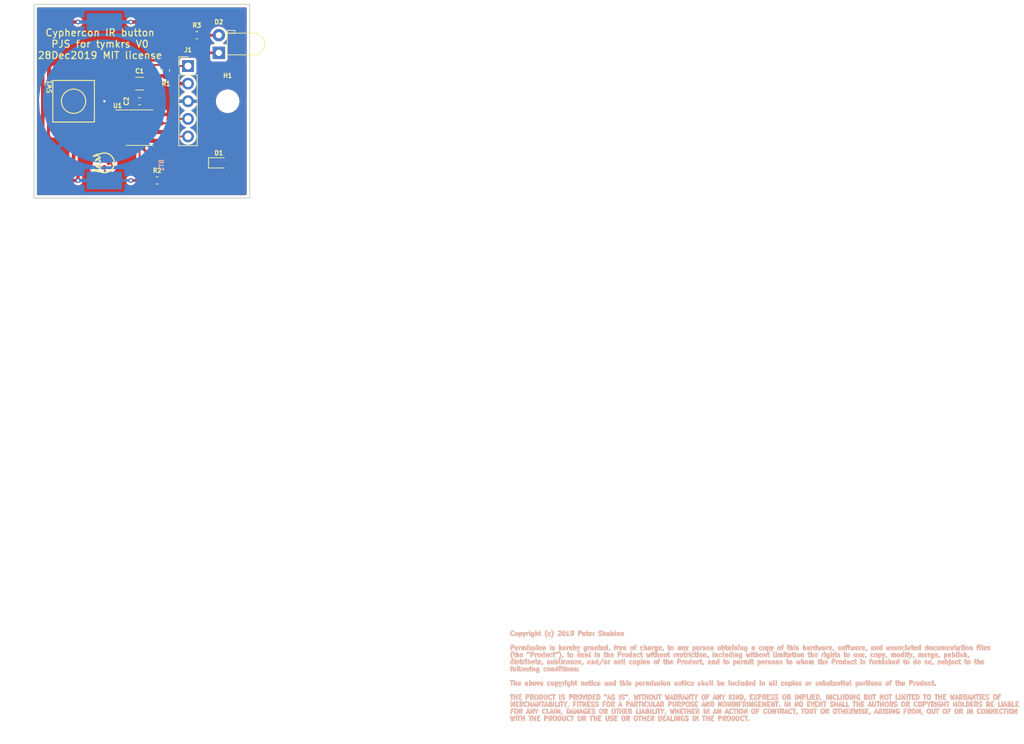
<source format=kicad_pcb>
(kicad_pcb (version 20171130) (host pcbnew "(5.1.5)-3")

  (general
    (thickness 1.6)
    (drawings 9)
    (tracks 86)
    (zones 0)
    (modules 13)
    (nets 13)
  )

  (page A4)
  (title_block
    (title "Cypercon 2020 IR button")
    (date 2019-12-28)
    (rev V0)
    (company tymkrs)
  )

  (layers
    (0 F.Cu signal)
    (31 B.Cu signal)
    (32 B.Adhes user)
    (33 F.Adhes user)
    (34 B.Paste user)
    (35 F.Paste user)
    (36 B.SilkS user)
    (37 F.SilkS user)
    (38 B.Mask user)
    (39 F.Mask user)
    (40 Dwgs.User user)
    (41 Cmts.User user)
    (42 Eco1.User user)
    (43 Eco2.User user)
    (44 Edge.Cuts user)
    (45 Margin user)
    (46 B.CrtYd user)
    (47 F.CrtYd user)
    (48 B.Fab user)
    (49 F.Fab user hide)
  )

  (setup
    (last_trace_width 0.254)
    (user_trace_width 0.1778)
    (user_trace_width 0.254)
    (user_trace_width 0.3048)
    (user_trace_width 0.381)
    (user_trace_width 0.508)
    (user_trace_width 0.635)
    (user_trace_width 0.762)
    (user_trace_width 1.016)
    (trace_clearance 0.254)
    (zone_clearance 0.3556)
    (zone_45_only yes)
    (trace_min 0.1778)
    (via_size 0.69)
    (via_drill 0.3302)
    (via_min_size 0.6858)
    (via_min_drill 0.3302)
    (user_via 0.6858 0.3302)
    (user_via 0.8636 0.508)
    (user_via 1.1176 0.762)
    (user_via 1.3716 1.016)
    (uvia_size 0.508)
    (uvia_drill 0.127)
    (uvias_allowed no)
    (uvia_min_size 0.508)
    (uvia_min_drill 0.127)
    (edge_width 0.15)
    (segment_width 0.2)
    (pcb_text_width 0.3)
    (pcb_text_size 1.5 1.5)
    (mod_edge_width 0.15)
    (mod_text_size 0.508 0.508)
    (mod_text_width 0.127)
    (pad_size 1.7272 1.7272)
    (pad_drill 1.016)
    (pad_to_mask_clearance 0.0762)
    (aux_axis_origin 168.91 90.805)
    (grid_origin 168.91 90.805)
    (visible_elements 7FFDDF7F)
    (pcbplotparams
      (layerselection 0x010fc_ffffffff)
      (usegerberextensions true)
      (usegerberattributes false)
      (usegerberadvancedattributes false)
      (creategerberjobfile false)
      (excludeedgelayer true)
      (linewidth 0.100000)
      (plotframeref false)
      (viasonmask false)
      (mode 1)
      (useauxorigin false)
      (hpglpennumber 1)
      (hpglpenspeed 20)
      (hpglpendiameter 15.000000)
      (psnegative false)
      (psa4output false)
      (plotreference true)
      (plotvalue false)
      (plotinvisibletext false)
      (padsonsilk false)
      (subtractmaskfromsilk true)
      (outputformat 1)
      (mirror false)
      (drillshape 0)
      (scaleselection 1)
      (outputdirectory "Gerber/"))
  )

  (net 0 "")
  (net 1 +3V3)
  (net 2 GND)
  (net 3 "Net-(D1-Pad2)")
  (net 4 "Net-(D1-Pad1)")
  (net 5 "Net-(D2-Pad2)")
  (net 6 "Net-(D2-Pad1)")
  (net 7 "Net-(J1-Pad1)")
  (net 8 "Net-(J1-Pad4)")
  (net 9 "Net-(J1-Pad5)")
  (net 10 "Net-(SW1-Pad3)")
  (net 11 "Net-(U1-Pad5)")
  (net 12 "Net-(SW1-Pad2)")

  (net_class Default "This is the default net class."
    (clearance 0.254)
    (trace_width 0.254)
    (via_dia 0.69)
    (via_drill 0.3302)
    (uvia_dia 0.508)
    (uvia_drill 0.127)
    (add_net +3V3)
    (add_net GND)
    (add_net "Net-(D1-Pad1)")
    (add_net "Net-(D1-Pad2)")
    (add_net "Net-(D2-Pad1)")
    (add_net "Net-(D2-Pad2)")
    (add_net "Net-(J1-Pad1)")
    (add_net "Net-(J1-Pad4)")
    (add_net "Net-(J1-Pad5)")
    (add_net "Net-(SW1-Pad2)")
    (add_net "Net-(SW1-Pad3)")
    (add_net "Net-(U1-Pad5)")
  )

  (module MountingHole:MountingHole_2.7mm_M2.5 (layer F.Cu) (tedit 56D1B4CB) (tstamp 5E08AF35)
    (at 168.91 90.805)
    (descr "Mounting Hole 2.7mm, no annular, M2.5")
    (tags "mounting hole 2.7mm no annular m2.5")
    (path /5E18B8D6)
    (attr virtual)
    (fp_text reference H1 (at 0 -3.7) (layer F.SilkS)
      (effects (font (size 0.635 0.635) (thickness 0.15)))
    )
    (fp_text value MountingHole (at 0 3.7) (layer F.Fab)
      (effects (font (size 1 1) (thickness 0.15)))
    )
    (fp_circle (center 0 0) (end 2.95 0) (layer F.CrtYd) (width 0.05))
    (fp_circle (center 0 0) (end 2.7 0) (layer Cmts.User) (width 0.15))
    (fp_text user %R (at 0.3 0) (layer F.Fab)
      (effects (font (size 0.635 0.635) (thickness 0.15)))
    )
    (pad 1 np_thru_hole circle (at 0 0) (size 2.7 2.7) (drill 2.7) (layers *.Cu *.Mask))
  )

  (module Package_SO:SOIC-8_3.9x4.9mm_P1.27mm (layer F.Cu) (tedit 5D9F72B1) (tstamp 5E08B4AE)
    (at 156.21 94.615)
    (descr "SOIC, 8 Pin (JEDEC MS-012AA, https://www.analog.com/media/en/package-pcb-resources/package/pkg_pdf/soic_narrow-r/r_8.pdf), generated with kicad-footprint-generator ipc_gullwing_generator.py")
    (tags "SOIC SO")
    (path /5E15022A)
    (attr smd)
    (fp_text reference U1 (at -3.175 -3.175) (layer F.SilkS)
      (effects (font (size 0.635 0.635) (thickness 0.15)))
    )
    (fp_text value PIC16F15313 (at 0 3.4) (layer F.Fab)
      (effects (font (size 1 1) (thickness 0.15)))
    )
    (fp_text user %R (at 0 0) (layer F.Fab)
      (effects (font (size 0.635 0.635) (thickness 0.15)))
    )
    (fp_line (start 3.7 -2.7) (end -3.7 -2.7) (layer F.CrtYd) (width 0.05))
    (fp_line (start 3.7 2.7) (end 3.7 -2.7) (layer F.CrtYd) (width 0.05))
    (fp_line (start -3.7 2.7) (end 3.7 2.7) (layer F.CrtYd) (width 0.05))
    (fp_line (start -3.7 -2.7) (end -3.7 2.7) (layer F.CrtYd) (width 0.05))
    (fp_line (start -1.95 -1.475) (end -0.975 -2.45) (layer F.Fab) (width 0.1))
    (fp_line (start -1.95 2.45) (end -1.95 -1.475) (layer F.Fab) (width 0.1))
    (fp_line (start 1.95 2.45) (end -1.95 2.45) (layer F.Fab) (width 0.1))
    (fp_line (start 1.95 -2.45) (end 1.95 2.45) (layer F.Fab) (width 0.1))
    (fp_line (start -0.975 -2.45) (end 1.95 -2.45) (layer F.Fab) (width 0.1))
    (fp_line (start 0 -2.56) (end -3.45 -2.56) (layer F.SilkS) (width 0.12))
    (fp_line (start 0 -2.56) (end 1.95 -2.56) (layer F.SilkS) (width 0.12))
    (fp_line (start 0 2.56) (end -1.95 2.56) (layer F.SilkS) (width 0.12))
    (fp_line (start 0 2.56) (end 1.95 2.56) (layer F.SilkS) (width 0.12))
    (pad 8 smd roundrect (at 2.475 -1.905) (size 1.95 0.6) (layers F.Cu F.Paste F.Mask) (roundrect_rratio 0.25)
      (net 2 GND))
    (pad 7 smd roundrect (at 2.475 -0.635) (size 1.95 0.6) (layers F.Cu F.Paste F.Mask) (roundrect_rratio 0.25)
      (net 8 "Net-(J1-Pad4)"))
    (pad 6 smd roundrect (at 2.475 0.635) (size 1.95 0.6) (layers F.Cu F.Paste F.Mask) (roundrect_rratio 0.25)
      (net 9 "Net-(J1-Pad5)"))
    (pad 5 smd roundrect (at 2.475 1.905) (size 1.95 0.6) (layers F.Cu F.Paste F.Mask) (roundrect_rratio 0.25)
      (net 11 "Net-(U1-Pad5)"))
    (pad 4 smd roundrect (at -2.475 1.905) (size 1.95 0.6) (layers F.Cu F.Paste F.Mask) (roundrect_rratio 0.25)
      (net 12 "Net-(SW1-Pad2)"))
    (pad 3 smd roundrect (at -2.475 0.635) (size 1.95 0.6) (layers F.Cu F.Paste F.Mask) (roundrect_rratio 0.25)
      (net 4 "Net-(D1-Pad1)"))
    (pad 2 smd roundrect (at -2.475 -0.635) (size 1.95 0.6) (layers F.Cu F.Paste F.Mask) (roundrect_rratio 0.25)
      (net 6 "Net-(D2-Pad1)"))
    (pad 1 smd roundrect (at -2.475 -1.905) (size 1.95 0.6) (layers F.Cu F.Paste F.Mask) (roundrect_rratio 0.25)
      (net 1 +3V3))
    (model ${KISYS3DMOD}/Package_SO.3dshapes/SOIC-8_3.9x4.9mm_P1.27mm.wrl
      (at (xyz 0 0 0))
      (scale (xyz 1 1 1))
      (rotate (xyz 0 0 0))
    )
  )

  (module PJS_smt_parts:PTS645_6mm_tact_sw (layer F.Cu) (tedit 58686B1A) (tstamp 5E08A9D6)
    (at 146.685 90.805 270)
    (path /5E16D32A)
    (fp_text reference SW1 (at -2.1 3.5 90) (layer F.SilkS)
      (effects (font (size 0.635 0.635) (thickness 0.127)))
    )
    (fp_text value TACT_6MM (at -0.3 -3.9 90) (layer F.Fab)
      (effects (font (size 1 1) (thickness 0.15)))
    )
    (fp_line (start -3 3) (end -3 -3) (layer F.SilkS) (width 0.15))
    (fp_line (start 3 3) (end -3 3) (layer F.SilkS) (width 0.15))
    (fp_line (start 3 -3) (end 3 3) (layer F.SilkS) (width 0.15))
    (fp_line (start -3 -3) (end 3 -3) (layer F.SilkS) (width 0.15))
    (fp_circle (center 0 0) (end 1.75 0) (layer F.SilkS) (width 0.15))
    (pad 1 smd rect (at -3.975 -2.25 270) (size 1.55 1.3) (layers F.Cu F.Paste F.Mask)
      (net 7 "Net-(J1-Pad1)"))
    (pad 2 smd rect (at 3.975 -2.25 270) (size 1.55 1.3) (layers F.Cu F.Paste F.Mask)
      (net 12 "Net-(SW1-Pad2)"))
    (pad 4 smd rect (at 3.975 2.25 270) (size 1.55 1.3) (layers F.Cu F.Paste F.Mask)
      (net 2 GND))
    (pad 3 smd rect (at -3.975 2.25 270) (size 1.55 1.3) (layers F.Cu F.Paste F.Mask)
      (net 10 "Net-(SW1-Pad3)"))
    (model C:/Users/wireb/Desktop/cam_offload_cache/kicad/pretty/PJS_smt_parts.pretty/3d_files/TL3301NFxxxxG.stp
      (offset (xyz 0 0 0.4572))
      (scale (xyz 1 1 1))
      (rotate (xyz 0 0 0))
    )
    (model D:/cam_offload_cache/kicad/pretty/PJS_smt_parts.pretty/3d_files/TL3301NFxxxxG.stp
      (offset (xyz 0 0 0.4572))
      (scale (xyz 1 1 1))
      (rotate (xyz 0 0 0))
    )
  )

  (module Resistor_SMD:R_0603_1608Metric (layer F.Cu) (tedit 5B301BBD) (tstamp 5E08A9C9)
    (at 164.465 81.28)
    (descr "Resistor SMD 0603 (1608 Metric), square (rectangular) end terminal, IPC_7351 nominal, (Body size source: http://www.tortai-tech.com/upload/download/2011102023233369053.pdf), generated with kicad-footprint-generator")
    (tags resistor)
    (path /5E0CF40D)
    (attr smd)
    (fp_text reference R3 (at 0 -1.43) (layer F.SilkS)
      (effects (font (size 0.635 0.635) (thickness 0.15)))
    )
    (fp_text value "27 0805" (at 0 1.43) (layer F.Fab)
      (effects (font (size 1 1) (thickness 0.15)))
    )
    (fp_text user %R (at 0 0) (layer F.Fab)
      (effects (font (size 0.635 0.635) (thickness 0.06)))
    )
    (fp_line (start 1.48 0.73) (end -1.48 0.73) (layer F.CrtYd) (width 0.05))
    (fp_line (start 1.48 -0.73) (end 1.48 0.73) (layer F.CrtYd) (width 0.05))
    (fp_line (start -1.48 -0.73) (end 1.48 -0.73) (layer F.CrtYd) (width 0.05))
    (fp_line (start -1.48 0.73) (end -1.48 -0.73) (layer F.CrtYd) (width 0.05))
    (fp_line (start -0.162779 0.51) (end 0.162779 0.51) (layer F.SilkS) (width 0.12))
    (fp_line (start -0.162779 -0.51) (end 0.162779 -0.51) (layer F.SilkS) (width 0.12))
    (fp_line (start 0.8 0.4) (end -0.8 0.4) (layer F.Fab) (width 0.1))
    (fp_line (start 0.8 -0.4) (end 0.8 0.4) (layer F.Fab) (width 0.1))
    (fp_line (start -0.8 -0.4) (end 0.8 -0.4) (layer F.Fab) (width 0.1))
    (fp_line (start -0.8 0.4) (end -0.8 -0.4) (layer F.Fab) (width 0.1))
    (pad 2 smd roundrect (at 0.7875 0) (size 0.875 0.95) (layers F.Cu F.Paste F.Mask) (roundrect_rratio 0.25)
      (net 5 "Net-(D2-Pad2)"))
    (pad 1 smd roundrect (at -0.7875 0) (size 0.875 0.95) (layers F.Cu F.Paste F.Mask) (roundrect_rratio 0.25)
      (net 1 +3V3))
    (model ${KISYS3DMOD}/Resistor_SMD.3dshapes/R_0603_1608Metric.wrl
      (at (xyz 0 0 0))
      (scale (xyz 1 1 1))
      (rotate (xyz 0 0 0))
    )
  )

  (module Resistor_SMD:R_0603_1608Metric (layer F.Cu) (tedit 5B301BBD) (tstamp 5E08A9B8)
    (at 158.75 102.235)
    (descr "Resistor SMD 0603 (1608 Metric), square (rectangular) end terminal, IPC_7351 nominal, (Body size source: http://www.tortai-tech.com/upload/download/2011102023233369053.pdf), generated with kicad-footprint-generator")
    (tags resistor)
    (path /5E0A9061)
    (attr smd)
    (fp_text reference R2 (at 0 -1.43) (layer F.SilkS)
      (effects (font (size 0.635 0.635) (thickness 0.15)))
    )
    (fp_text value 2k (at 0 1.43) (layer F.Fab)
      (effects (font (size 1 1) (thickness 0.15)))
    )
    (fp_text user %R (at 0 0) (layer F.Fab)
      (effects (font (size 0.635 0.635) (thickness 0.06)))
    )
    (fp_line (start 1.48 0.73) (end -1.48 0.73) (layer F.CrtYd) (width 0.05))
    (fp_line (start 1.48 -0.73) (end 1.48 0.73) (layer F.CrtYd) (width 0.05))
    (fp_line (start -1.48 -0.73) (end 1.48 -0.73) (layer F.CrtYd) (width 0.05))
    (fp_line (start -1.48 0.73) (end -1.48 -0.73) (layer F.CrtYd) (width 0.05))
    (fp_line (start -0.162779 0.51) (end 0.162779 0.51) (layer F.SilkS) (width 0.12))
    (fp_line (start -0.162779 -0.51) (end 0.162779 -0.51) (layer F.SilkS) (width 0.12))
    (fp_line (start 0.8 0.4) (end -0.8 0.4) (layer F.Fab) (width 0.1))
    (fp_line (start 0.8 -0.4) (end 0.8 0.4) (layer F.Fab) (width 0.1))
    (fp_line (start -0.8 -0.4) (end 0.8 -0.4) (layer F.Fab) (width 0.1))
    (fp_line (start -0.8 0.4) (end -0.8 -0.4) (layer F.Fab) (width 0.1))
    (pad 2 smd roundrect (at 0.7875 0) (size 0.875 0.95) (layers F.Cu F.Paste F.Mask) (roundrect_rratio 0.25)
      (net 3 "Net-(D1-Pad2)"))
    (pad 1 smd roundrect (at -0.7875 0) (size 0.875 0.95) (layers F.Cu F.Paste F.Mask) (roundrect_rratio 0.25)
      (net 1 +3V3))
    (model ${KISYS3DMOD}/Resistor_SMD.3dshapes/R_0603_1608Metric.wrl
      (at (xyz 0 0 0))
      (scale (xyz 1 1 1))
      (rotate (xyz 0 0 0))
    )
  )

  (module Resistor_SMD:R_0603_1608Metric (layer F.Cu) (tedit 5B301BBD) (tstamp 5E08A9A7)
    (at 160.02 86.36 270)
    (descr "Resistor SMD 0603 (1608 Metric), square (rectangular) end terminal, IPC_7351 nominal, (Body size source: http://www.tortai-tech.com/upload/download/2011102023233369053.pdf), generated with kicad-footprint-generator")
    (tags resistor)
    (path /5E130095)
    (attr smd)
    (fp_text reference R1 (at 1.905 0 180) (layer F.SilkS)
      (effects (font (size 0.635 0.635) (thickness 0.15)))
    )
    (fp_text value 100k (at 0 1.43 90) (layer F.Fab)
      (effects (font (size 1 1) (thickness 0.15)))
    )
    (fp_text user %R (at 0 0 90) (layer F.Fab)
      (effects (font (size 0.635 0.635) (thickness 0.06)))
    )
    (fp_line (start 1.48 0.73) (end -1.48 0.73) (layer F.CrtYd) (width 0.05))
    (fp_line (start 1.48 -0.73) (end 1.48 0.73) (layer F.CrtYd) (width 0.05))
    (fp_line (start -1.48 -0.73) (end 1.48 -0.73) (layer F.CrtYd) (width 0.05))
    (fp_line (start -1.48 0.73) (end -1.48 -0.73) (layer F.CrtYd) (width 0.05))
    (fp_line (start -0.162779 0.51) (end 0.162779 0.51) (layer F.SilkS) (width 0.12))
    (fp_line (start -0.162779 -0.51) (end 0.162779 -0.51) (layer F.SilkS) (width 0.12))
    (fp_line (start 0.8 0.4) (end -0.8 0.4) (layer F.Fab) (width 0.1))
    (fp_line (start 0.8 -0.4) (end 0.8 0.4) (layer F.Fab) (width 0.1))
    (fp_line (start -0.8 -0.4) (end 0.8 -0.4) (layer F.Fab) (width 0.1))
    (fp_line (start -0.8 0.4) (end -0.8 -0.4) (layer F.Fab) (width 0.1))
    (pad 2 smd roundrect (at 0.7875 0 270) (size 0.875 0.95) (layers F.Cu F.Paste F.Mask) (roundrect_rratio 0.25)
      (net 1 +3V3))
    (pad 1 smd roundrect (at -0.7875 0 270) (size 0.875 0.95) (layers F.Cu F.Paste F.Mask) (roundrect_rratio 0.25)
      (net 7 "Net-(J1-Pad1)"))
    (model ${KISYS3DMOD}/Resistor_SMD.3dshapes/R_0603_1608Metric.wrl
      (at (xyz 0 0 0))
      (scale (xyz 1 1 1))
      (rotate (xyz 0 0 0))
    )
  )

  (module Connector_PinHeader_2.54mm:PinHeader_1x05_P2.54mm_Vertical (layer F.Cu) (tedit 59FED5CC) (tstamp 5E08B317)
    (at 163.195 85.725)
    (descr "Through hole straight pin header, 1x05, 2.54mm pitch, single row")
    (tags "Through hole pin header THT 1x05 2.54mm single row")
    (path /5E0A2978)
    (fp_text reference J1 (at 0 -2.33) (layer F.SilkS)
      (effects (font (size 0.635 0.635) (thickness 0.15)))
    )
    (fp_text value PicKit (at 0 12.49) (layer F.Fab)
      (effects (font (size 1 1) (thickness 0.15)))
    )
    (fp_text user %R (at 0 5.08 90) (layer F.Fab)
      (effects (font (size 0.635 0.635) (thickness 0.15)))
    )
    (fp_line (start 1.8 -1.8) (end -1.8 -1.8) (layer F.CrtYd) (width 0.05))
    (fp_line (start 1.8 11.95) (end 1.8 -1.8) (layer F.CrtYd) (width 0.05))
    (fp_line (start -1.8 11.95) (end 1.8 11.95) (layer F.CrtYd) (width 0.05))
    (fp_line (start -1.8 -1.8) (end -1.8 11.95) (layer F.CrtYd) (width 0.05))
    (fp_line (start -1.33 -1.33) (end 0 -1.33) (layer F.SilkS) (width 0.12))
    (fp_line (start -1.33 0) (end -1.33 -1.33) (layer F.SilkS) (width 0.12))
    (fp_line (start -1.33 1.27) (end 1.33 1.27) (layer F.SilkS) (width 0.12))
    (fp_line (start 1.33 1.27) (end 1.33 11.49) (layer F.SilkS) (width 0.12))
    (fp_line (start -1.33 1.27) (end -1.33 11.49) (layer F.SilkS) (width 0.12))
    (fp_line (start -1.33 11.49) (end 1.33 11.49) (layer F.SilkS) (width 0.12))
    (fp_line (start -1.27 -0.635) (end -0.635 -1.27) (layer F.Fab) (width 0.1))
    (fp_line (start -1.27 11.43) (end -1.27 -0.635) (layer F.Fab) (width 0.1))
    (fp_line (start 1.27 11.43) (end -1.27 11.43) (layer F.Fab) (width 0.1))
    (fp_line (start 1.27 -1.27) (end 1.27 11.43) (layer F.Fab) (width 0.1))
    (fp_line (start -0.635 -1.27) (end 1.27 -1.27) (layer F.Fab) (width 0.1))
    (pad 5 thru_hole oval (at 0 10.16) (size 1.7 1.7) (drill 1) (layers *.Cu *.Mask)
      (net 9 "Net-(J1-Pad5)"))
    (pad 4 thru_hole oval (at 0 7.62) (size 1.7 1.7) (drill 1) (layers *.Cu *.Mask)
      (net 8 "Net-(J1-Pad4)"))
    (pad 3 thru_hole oval (at 0 5.08) (size 1.7 1.7) (drill 1) (layers *.Cu *.Mask)
      (net 2 GND))
    (pad 2 thru_hole oval (at 0 2.54) (size 1.7 1.7) (drill 1) (layers *.Cu *.Mask)
      (net 1 +3V3))
    (pad 1 thru_hole rect (at 0 0) (size 1.7 1.7) (drill 1) (layers *.Cu *.Mask)
      (net 7 "Net-(J1-Pad1)"))
    (model ${KISYS3DMOD}/Connector_PinHeader_2.54mm.3dshapes/PinHeader_1x05_P2.54mm_Vertical.wrl
      (at (xyz 0 0 0))
      (scale (xyz 1 1 1))
      (rotate (xyz 0 0 0))
    )
  )

  (module PJS-icons:metroid (layer F.Cu) (tedit 5A0106A6) (tstamp 5E08A97D)
    (at 151.13 99.695 270)
    (path /5E09EB00)
    (fp_text reference icon1 (at 0 2.54 90) (layer F.Fab) hide
      (effects (font (size 0.635 0.635) (thickness 0.15)))
    )
    (fp_text value Metroid (at 0 -2.54 90) (layer F.SilkS) hide
      (effects (font (size 1.5 1.5) (thickness 0.15)))
    )
    (fp_arc (start 0 0) (end -1.27 0.635) (angle 233.1) (layer F.SilkS) (width 0.1778))
    (fp_arc (start -1.1684 0.0254) (end -1.27 -0.4064) (angle 90) (layer F.Cu) (width 0.1778))
    (fp_arc (start 0.2286 -0.8382) (end 0 -0.8636) (angle 90) (layer F.Cu) (width 0.1778))
    (fp_arc (start 0.254 -1.3208) (end 0.508 -1.3208) (angle 90) (layer F.Cu) (width 0.1778))
    (fp_arc (start 0.038519 0.727991) (end -1.27 0.635) (angle -45) (layer F.SilkS) (width 0.1778))
    (fp_arc (start -0.47625 1.11125) (end -0.79375 0.635) (angle -90) (layer F.SilkS) (width 0.1778))
    (fp_line (start -0.9525 1.5875) (end -0.9525 1.42875) (layer F.SilkS) (width 0.1778))
    (fp_line (start -0.79375 0.635) (end -0.635 0.635) (layer F.SilkS) (width 0.1778))
    (fp_arc (start -0.15748 0.79375) (end -0.635 0.635) (angle -90) (layer F.SilkS) (width 0.1778))
    (fp_arc (start 0 0.9525) (end -0.3175 0.635) (angle -90) (layer F.SilkS) (width 0.1778))
    (fp_arc (start 0 -0.317497) (end 0.3175 0.635) (angle 36.9) (layer F.SilkS) (width 0.1778))
    (fp_arc (start 0 0.9525) (end 0.3175 0.635) (angle 90) (layer F.SilkS) (width 0.1778))
    (fp_arc (start 0.15748 0.79375) (end 0.635 0.635) (angle 90) (layer F.SilkS) (width 0.1778))
    (fp_line (start 0.79375 0.635) (end 0.635 0.635) (layer F.SilkS) (width 0.1778))
    (fp_line (start 0.9525 1.5875) (end 0.9525 1.42875) (layer F.SilkS) (width 0.1778))
    (fp_arc (start 0.47625 1.11125) (end 0.79375 0.635) (angle 90) (layer F.SilkS) (width 0.1778))
    (fp_arc (start -0.038519 0.727991) (end 1.27 0.635) (angle 45) (layer F.SilkS) (width 0.1778))
    (fp_arc (start -0.038519 0.727991) (end 1.27 0.635) (angle 45) (layer F.Cu) (width 0.1778))
    (fp_arc (start 0.47625 1.11125) (end 0.79375 0.635) (angle 90) (layer F.Cu) (width 0.1778))
    (fp_line (start 0.9525 1.5875) (end 0.9525 1.42875) (layer F.Cu) (width 0.1778))
    (fp_line (start 0.79375 0.635) (end 0.635 0.635) (layer F.Cu) (width 0.1778))
    (fp_arc (start 0.15748 0.79375) (end 0.635 0.635) (angle 90) (layer F.Cu) (width 0.1778))
    (fp_arc (start 0 0.9525) (end 0.3175 0.635) (angle 90) (layer F.Cu) (width 0.1778))
    (fp_arc (start 0 -0.317497) (end 0.3175 0.635) (angle 36.9) (layer F.Cu) (width 0.1778))
    (fp_arc (start 0 0.9525) (end -0.3175 0.635) (angle -90) (layer F.Cu) (width 0.1778))
    (fp_arc (start -0.15748 0.79375) (end -0.635 0.635) (angle -90) (layer F.Cu) (width 0.1778))
    (fp_line (start -0.79375 0.635) (end -0.635 0.635) (layer F.Cu) (width 0.1778))
    (fp_line (start -0.9525 1.5875) (end -0.9525 1.42875) (layer F.Cu) (width 0.1778))
    (fp_arc (start -0.47625 1.11125) (end -0.79375 0.635) (angle -90) (layer F.Cu) (width 0.1778))
    (fp_arc (start 0.038519 0.727991) (end -1.27 0.635) (angle -45) (layer F.Cu) (width 0.1778))
    (fp_arc (start 0 0) (end -1.27 0.635) (angle 233.1) (layer F.Cu) (width 0.1778))
    (fp_arc (start 0.839684 -0.269991) (end 1.1176 -0.0762) (angle 92.3) (layer F.Cu) (width 0.1778))
    (fp_arc (start 1.260669 0.027866) (end 1.1176 -0.0762) (angle 82.9) (layer F.Cu) (width 0.1778))
    (pad "" smd circle (at 0 -0.635 270) (size 0.635 0.635) (layers F.Cu F.Paste F.Mask))
    (pad "" smd circle (at 0.635 0 270) (size 0.635 0.635) (layers F.Cu F.Paste F.Mask))
    (pad "" smd circle (at -0.635 0 270) (size 0.635 0.635) (layers F.Cu F.Paste F.Mask))
  )

  (module LED_THT:LED_D3.0mm_Horizontal_O1.27mm_Z2.0mm_Clear (layer F.Cu) (tedit 5A6C9E1C) (tstamp 5E08A955)
    (at 167.64 83.82 90)
    (descr "LED, diameter 3.0mm z-position of LED center 2.0mm, 2 pins")
    (tags "LED diameter 3.0mm z-position of LED center 2.0mm 2 pins")
    (path /5E0CD43A)
    (fp_text reference D2 (at 4.445 0) (layer F.SilkS)
      (effects (font (size 0.635 0.635) (thickness 0.15)))
    )
    (fp_text value IR204 (at 1.27 7.63 90) (layer F.Fab)
      (effects (font (size 1 1) (thickness 0.15)))
    )
    (fp_arc (start 1.27 5.07) (end -0.29 5.07) (angle -180) (layer F.SilkS) (width 0.12))
    (fp_arc (start 1.27 5.07) (end -0.23 5.07) (angle -180) (layer F.Fab) (width 0.1))
    (fp_line (start 3.75 -1.25) (end -1.25 -1.25) (layer F.CrtYd) (width 0.05))
    (fp_line (start 3.75 6.9) (end 3.75 -1.25) (layer F.CrtYd) (width 0.05))
    (fp_line (start -1.25 6.9) (end 3.75 6.9) (layer F.CrtYd) (width 0.05))
    (fp_line (start -1.25 -1.25) (end -1.25 6.9) (layer F.CrtYd) (width 0.05))
    (fp_line (start 2.54 1.08) (end 2.54 1.08) (layer F.SilkS) (width 0.12))
    (fp_line (start 2.54 1.21) (end 2.54 1.08) (layer F.SilkS) (width 0.12))
    (fp_line (start 2.54 1.21) (end 2.54 1.21) (layer F.SilkS) (width 0.12))
    (fp_line (start 2.54 1.08) (end 2.54 1.21) (layer F.SilkS) (width 0.12))
    (fp_line (start 0 1.08) (end 0 1.08) (layer F.SilkS) (width 0.12))
    (fp_line (start 0 1.21) (end 0 1.08) (layer F.SilkS) (width 0.12))
    (fp_line (start 0 1.21) (end 0 1.21) (layer F.SilkS) (width 0.12))
    (fp_line (start 0 1.08) (end 0 1.21) (layer F.SilkS) (width 0.12))
    (fp_line (start 2.83 1.21) (end 3.23 1.21) (layer F.SilkS) (width 0.12))
    (fp_line (start 2.83 2.33) (end 2.83 1.21) (layer F.SilkS) (width 0.12))
    (fp_line (start 3.23 2.33) (end 2.83 2.33) (layer F.SilkS) (width 0.12))
    (fp_line (start 3.23 1.21) (end 3.23 2.33) (layer F.SilkS) (width 0.12))
    (fp_line (start -0.29 1.21) (end 2.83 1.21) (layer F.SilkS) (width 0.12))
    (fp_line (start 2.83 1.21) (end 2.83 5.07) (layer F.SilkS) (width 0.12))
    (fp_line (start -0.29 1.21) (end -0.29 5.07) (layer F.SilkS) (width 0.12))
    (fp_line (start 2.54 0) (end 2.54 0) (layer F.Fab) (width 0.1))
    (fp_line (start 2.54 1.27) (end 2.54 0) (layer F.Fab) (width 0.1))
    (fp_line (start 2.54 1.27) (end 2.54 1.27) (layer F.Fab) (width 0.1))
    (fp_line (start 2.54 0) (end 2.54 1.27) (layer F.Fab) (width 0.1))
    (fp_line (start 0 0) (end 0 0) (layer F.Fab) (width 0.1))
    (fp_line (start 0 1.27) (end 0 0) (layer F.Fab) (width 0.1))
    (fp_line (start 0 1.27) (end 0 1.27) (layer F.Fab) (width 0.1))
    (fp_line (start 0 0) (end 0 1.27) (layer F.Fab) (width 0.1))
    (fp_line (start 2.77 1.27) (end 3.17 1.27) (layer F.Fab) (width 0.1))
    (fp_line (start 2.77 2.27) (end 2.77 1.27) (layer F.Fab) (width 0.1))
    (fp_line (start 3.17 2.27) (end 2.77 2.27) (layer F.Fab) (width 0.1))
    (fp_line (start 3.17 1.27) (end 3.17 2.27) (layer F.Fab) (width 0.1))
    (fp_line (start -0.23 1.27) (end 2.77 1.27) (layer F.Fab) (width 0.1))
    (fp_line (start 2.77 1.27) (end 2.77 5.07) (layer F.Fab) (width 0.1))
    (fp_line (start -0.23 1.27) (end -0.23 5.07) (layer F.Fab) (width 0.1))
    (fp_text user %R (at 1.27 0 90) (layer F.Fab)
      (effects (font (size 0.635 0.635) (thickness 0.15)))
    )
    (pad 2 thru_hole circle (at 2.54 0 90) (size 1.8 1.8) (drill 0.9) (layers *.Cu *.Mask)
      (net 5 "Net-(D2-Pad2)"))
    (pad 1 thru_hole rect (at 0 0 90) (size 1.8 1.8) (drill 0.9) (layers *.Cu *.Mask)
      (net 6 "Net-(D2-Pad1)"))
    (model ${KISYS3DMOD}/LED_THT.3dshapes/LED_D3.0mm_Horizontal_O1.27mm_Z2.0mm_Clear.wrl
      (at (xyz 0 0 0))
      (scale (xyz 1 1 1))
      (rotate (xyz 0 0 0))
    )
  )

  (module LED_SMD:LED_0603_1608Metric (layer F.Cu) (tedit 5B301BBE) (tstamp 5E08C043)
    (at 167.64 99.695)
    (descr "LED SMD 0603 (1608 Metric), square (rectangular) end terminal, IPC_7351 nominal, (Body size source: http://www.tortai-tech.com/upload/download/2011102023233369053.pdf), generated with kicad-footprint-generator")
    (tags diode)
    (path /5E0A5EC5)
    (attr smd)
    (fp_text reference D1 (at 0 -1.43) (layer F.SilkS)
      (effects (font (size 0.635 0.635) (thickness 0.15)))
    )
    (fp_text value Red (at 0 1.43) (layer F.Fab)
      (effects (font (size 1 1) (thickness 0.15)))
    )
    (fp_text user %R (at 0 0) (layer F.Fab)
      (effects (font (size 0.635 0.635) (thickness 0.06)))
    )
    (fp_line (start 1.48 0.73) (end -1.48 0.73) (layer F.CrtYd) (width 0.05))
    (fp_line (start 1.48 -0.73) (end 1.48 0.73) (layer F.CrtYd) (width 0.05))
    (fp_line (start -1.48 -0.73) (end 1.48 -0.73) (layer F.CrtYd) (width 0.05))
    (fp_line (start -1.48 0.73) (end -1.48 -0.73) (layer F.CrtYd) (width 0.05))
    (fp_line (start -1.485 0.735) (end 0.8 0.735) (layer F.SilkS) (width 0.12))
    (fp_line (start -1.485 -0.735) (end -1.485 0.735) (layer F.SilkS) (width 0.12))
    (fp_line (start 0.8 -0.735) (end -1.485 -0.735) (layer F.SilkS) (width 0.12))
    (fp_line (start 0.8 0.4) (end 0.8 -0.4) (layer F.Fab) (width 0.1))
    (fp_line (start -0.8 0.4) (end 0.8 0.4) (layer F.Fab) (width 0.1))
    (fp_line (start -0.8 -0.1) (end -0.8 0.4) (layer F.Fab) (width 0.1))
    (fp_line (start -0.5 -0.4) (end -0.8 -0.1) (layer F.Fab) (width 0.1))
    (fp_line (start 0.8 -0.4) (end -0.5 -0.4) (layer F.Fab) (width 0.1))
    (pad 2 smd roundrect (at 0.7875 0) (size 0.875 0.95) (layers F.Cu F.Paste F.Mask) (roundrect_rratio 0.25)
      (net 3 "Net-(D1-Pad2)"))
    (pad 1 smd roundrect (at -0.7875 0) (size 0.875 0.95) (layers F.Cu F.Paste F.Mask) (roundrect_rratio 0.25)
      (net 4 "Net-(D1-Pad1)"))
    (model ${KISYS3DMOD}/LED_SMD.3dshapes/LED_0603_1608Metric.wrl
      (at (xyz 0 0 0))
      (scale (xyz 1 1 1))
      (rotate (xyz 0 0 0))
    )
  )

  (module Capacitor_SMD:C_0603_1608Metric (layer F.Cu) (tedit 5B301BBE) (tstamp 5E08A917)
    (at 156.21 90.805)
    (descr "Capacitor SMD 0603 (1608 Metric), square (rectangular) end terminal, IPC_7351 nominal, (Body size source: http://www.tortai-tech.com/upload/download/2011102023233369053.pdf), generated with kicad-footprint-generator")
    (tags capacitor)
    (path /5E0F7A2E)
    (attr smd)
    (fp_text reference C2 (at -1.905 0 90) (layer F.SilkS)
      (effects (font (size 0.635 0.635) (thickness 0.15)))
    )
    (fp_text value "0.1uF 0603" (at 0 1.43) (layer F.Fab)
      (effects (font (size 1 1) (thickness 0.15)))
    )
    (fp_text user %R (at 0 0) (layer F.Fab)
      (effects (font (size 0.635 0.635) (thickness 0.06)))
    )
    (fp_line (start 1.48 0.73) (end -1.48 0.73) (layer F.CrtYd) (width 0.05))
    (fp_line (start 1.48 -0.73) (end 1.48 0.73) (layer F.CrtYd) (width 0.05))
    (fp_line (start -1.48 -0.73) (end 1.48 -0.73) (layer F.CrtYd) (width 0.05))
    (fp_line (start -1.48 0.73) (end -1.48 -0.73) (layer F.CrtYd) (width 0.05))
    (fp_line (start -0.162779 0.51) (end 0.162779 0.51) (layer F.SilkS) (width 0.12))
    (fp_line (start -0.162779 -0.51) (end 0.162779 -0.51) (layer F.SilkS) (width 0.12))
    (fp_line (start 0.8 0.4) (end -0.8 0.4) (layer F.Fab) (width 0.1))
    (fp_line (start 0.8 -0.4) (end 0.8 0.4) (layer F.Fab) (width 0.1))
    (fp_line (start -0.8 -0.4) (end 0.8 -0.4) (layer F.Fab) (width 0.1))
    (fp_line (start -0.8 0.4) (end -0.8 -0.4) (layer F.Fab) (width 0.1))
    (pad 2 smd roundrect (at 0.7875 0) (size 0.875 0.95) (layers F.Cu F.Paste F.Mask) (roundrect_rratio 0.25)
      (net 2 GND))
    (pad 1 smd roundrect (at -0.7875 0) (size 0.875 0.95) (layers F.Cu F.Paste F.Mask) (roundrect_rratio 0.25)
      (net 1 +3V3))
    (model ${KISYS3DMOD}/Capacitor_SMD.3dshapes/C_0603_1608Metric.wrl
      (at (xyz 0 0 0))
      (scale (xyz 1 1 1))
      (rotate (xyz 0 0 0))
    )
  )

  (module Capacitor_SMD:C_1206_3216Metric (layer F.Cu) (tedit 5B301BBE) (tstamp 5E08A906)
    (at 156.21 88.265)
    (descr "Capacitor SMD 1206 (3216 Metric), square (rectangular) end terminal, IPC_7351 nominal, (Body size source: http://www.tortai-tech.com/upload/download/2011102023233369053.pdf), generated with kicad-footprint-generator")
    (tags capacitor)
    (path /5E0F40C6)
    (attr smd)
    (fp_text reference C1 (at 0 -1.82) (layer F.SilkS)
      (effects (font (size 0.635 0.635) (thickness 0.15)))
    )
    (fp_text value "10uF 1206" (at 0 1.82) (layer F.Fab)
      (effects (font (size 1 1) (thickness 0.15)))
    )
    (fp_text user %R (at 0 0) (layer F.Fab)
      (effects (font (size 0.635 0.635) (thickness 0.12)))
    )
    (fp_line (start 2.28 1.12) (end -2.28 1.12) (layer F.CrtYd) (width 0.05))
    (fp_line (start 2.28 -1.12) (end 2.28 1.12) (layer F.CrtYd) (width 0.05))
    (fp_line (start -2.28 -1.12) (end 2.28 -1.12) (layer F.CrtYd) (width 0.05))
    (fp_line (start -2.28 1.12) (end -2.28 -1.12) (layer F.CrtYd) (width 0.05))
    (fp_line (start -0.602064 0.91) (end 0.602064 0.91) (layer F.SilkS) (width 0.12))
    (fp_line (start -0.602064 -0.91) (end 0.602064 -0.91) (layer F.SilkS) (width 0.12))
    (fp_line (start 1.6 0.8) (end -1.6 0.8) (layer F.Fab) (width 0.1))
    (fp_line (start 1.6 -0.8) (end 1.6 0.8) (layer F.Fab) (width 0.1))
    (fp_line (start -1.6 -0.8) (end 1.6 -0.8) (layer F.Fab) (width 0.1))
    (fp_line (start -1.6 0.8) (end -1.6 -0.8) (layer F.Fab) (width 0.1))
    (pad 2 smd roundrect (at 1.4 0) (size 1.25 1.75) (layers F.Cu F.Paste F.Mask) (roundrect_rratio 0.2)
      (net 2 GND))
    (pad 1 smd roundrect (at -1.4 0) (size 1.25 1.75) (layers F.Cu F.Paste F.Mask) (roundrect_rratio 0.2)
      (net 1 +3V3))
    (model ${KISYS3DMOD}/Capacitor_SMD.3dshapes/C_1206_3216Metric.wrl
      (at (xyz 0 0 0))
      (scale (xyz 1 1 1))
      (rotate (xyz 0 0 0))
    )
  )

  (module PJS_smt_parts:BAT-HLD-001 (layer B.Cu) (tedit 5E07FCF4) (tstamp 5E08A8F5)
    (at 151.13 90.805 90)
    (path /5E17903F)
    (fp_text reference BT1 (at -9.25 8.25 -90) (layer B.SilkS)
      (effects (font (size 0.635 0.635) (thickness 0.15)) (justify mirror))
    )
    (fp_text value BAT-HLD-001 (at 0 -7.25 -90) (layer B.Fab)
      (effects (font (size 1 1) (thickness 0.15)) (justify mirror))
    )
    (fp_line (start -2.5 -12.5) (end 0 -10) (layer B.Fab) (width 0.12))
    (fp_line (start -0.75 -12.5) (end -2.5 -12.5) (layer B.Fab) (width 0.12))
    (fp_line (start -0.75 -15) (end -0.75 -12.5) (layer B.Fab) (width 0.12))
    (fp_line (start 0.75 -15) (end -0.75 -15) (layer B.Fab) (width 0.12))
    (fp_line (start 0.75 -12.5) (end 0.75 -15) (layer B.Fab) (width 0.12))
    (fp_line (start 2.5 -12.5) (end 0.75 -12.5) (layer B.Fab) (width 0.12))
    (fp_line (start 0 -10) (end 2.5 -12.5) (layer B.Fab) (width 0.12))
    (fp_line (start -10.541 -8.128) (end 10.541 -8.128) (layer B.Fab) (width 0.12))
    (fp_line (start 10.541 7.366) (end 10.541 -8.128) (layer B.Fab) (width 0.12))
    (fp_line (start -10.541 7.366) (end -10.541 -8.128) (layer B.Fab) (width 0.12))
    (fp_line (start -10.541 7.366) (end 10.541 7.366) (layer B.Fab) (width 0.12))
    (pad 2 smd circle (at 0 0 90) (size 17.78 17.78) (layers B.Cu B.Paste B.Mask)
      (net 2 GND))
    (pad 1 smd rect (at 11.43 0 90) (size 2.54 5.08) (layers B.Cu B.Paste B.Mask)
      (net 1 +3V3))
    (pad 1 smd rect (at -11.43 0 90) (size 2.54 5.08) (layers B.Cu B.Paste B.Mask)
      (net 1 +3V3))
    (model C:/Users/wireb/Desktop/cam_offload_cache/kicad/pretty/PJS_smt_parts.pretty/3d_files/BAT-HLD-001--3DModel-STEP-56544.STEP
      (offset (xyz -0 0 4.343400000000001))
      (scale (xyz 1 1 1))
      (rotate (xyz -90 0 0))
    )
    (model D:/cam_offload_cache/kicad/pretty/PJS_smt_parts.pretty/3d_files/CR2032.stp
      (offset (xyz 0 0.1778 3.530600000000001))
      (scale (xyz 1 1 1))
      (rotate (xyz 180 0 0))
    )
    (model D:/cam_offload_cache/kicad/pretty/PJS_smt_parts.pretty/3d_files/BAT-HLD-001--3DModel-STEP-56544.STEP
      (offset (xyz 0 0 4.343400000000001))
      (scale (xyz 1 1 1))
      (rotate (xyz -90 0 0))
    )
  )

  (gr_text "Cyphercon IR button\nPJS for tymkrs V0\n28Dec2019 MIT license" (at 150.495 82.55) (layer F.SilkS)
    (effects (font (size 1.016 1.016) (thickness 0.15875)))
  )
  (gr_line (start 172.085 76.835) (end 140.97 76.835) (layer Edge.Cuts) (width 0.15) (tstamp 5E08B63B))
  (gr_line (start 172.085 104.775) (end 172.085 76.835) (layer Edge.Cuts) (width 0.15))
  (gr_line (start 140.97 104.775) (end 172.085 104.775) (layer Edge.Cuts) (width 0.15))
  (gr_line (start 140.97 76.835) (end 140.97 104.775) (layer Edge.Cuts) (width 0.15))
  (gr_text "Copyright (c) 2019 Peter Shabino\n\nPermission is hereby granted, free of charge, to any person obtaining a copy of this hardware, software, and associated documentation files \n(the \"Product\"), to deal in the Product without restriction, including without limitation the rights to use, copy, modify, merge, publish, \ndistribute, sublicense, and/or sell copies of the Product, and to permit persons to whom the Product is furnished to do so, subject to the \nfollowing conditions:\n\nThe above copyright notice and this permission notice shall be included in all copies or substantial portions of the Product.\n\nTHE PRODUCT IS PROVIDED \"AS IS\", WITHOUT WARRANTY OF ANY KIND, EXPRESS OR IMPLIED, INCLUDING BUT NOT LIMITED TO THE WARRANTIES OF \nMERCHANTABILITY, FITNESS FOR A PARTICULAR PURPOSE AND NONINFRINGEMENT. IN NO EVENT SHALL THE AUTHORS OR COPYRIGHT HOLDERS BE LIABLE \nFOR ANY CLAIM, DAMAGES OR OTHER LIABILITY, WHETHER IN AN ACTION OF CONTRACT, TORT OR OTHERWISE, ARISING FROM, OUT OF OR IN CONNECTION \nWITH THE PRODUCT OR THE USE OR OTHER DEALINGS IN THE PRODUCT.\n\n\n\n" (at 209.55 175.26) (layer B.Cu) (tstamp 5E0879F2)
    (effects (font (size 0.635 0.635) (thickness 0.15875)) (justify left))
  )
  (gr_text "Copyright (c) 2019 Peter Shabino\n\nPermission is hereby granted, free of charge, to any person obtaining a copy of this hardware, software, and associated documentation files \n(the \"Product\"), to deal in the Product without restriction, including without limitation the rights to use, copy, modify, merge, publish, \ndistribute, sublicense, and/or sell copies of the Product, and to permit persons to whom the Product is furnished to do so, subject to the \nfollowing conditions:\n\nThe above copyright notice and this permission notice shall be included in all copies or substantial portions of the Product.\n\nTHE PRODUCT IS PROVIDED \"AS IS\", WITHOUT WARRANTY OF ANY KIND, EXPRESS OR IMPLIED, INCLUDING BUT NOT LIMITED TO THE WARRANTIES OF \nMERCHANTABILITY, FITNESS FOR A PARTICULAR PURPOSE AND NONINFRINGEMENT. IN NO EVENT SHALL THE AUTHORS OR COPYRIGHT HOLDERS BE LIABLE \nFOR ANY CLAIM, DAMAGES OR OTHER LIABILITY, WHETHER IN AN ACTION OF CONTRACT, TORT OR OTHERWISE, ARISING FROM, OUT OF OR IN CONNECTION \nWITH THE PRODUCT OR THE USE OR OTHER DEALINGS IN THE PRODUCT.\n\n\n\n" (at 209.55 175.26) (layer F.SilkS) (tstamp 5E0879F0)
    (effects (font (size 0.635 0.635) (thickness 0.15875)) (justify left))
  )
  (gr_text "Copyright (c) 2019 Peter Shabino\n\nPermission is hereby granted, free of charge, to any person obtaining a copy of this hardware, software, and associated documentation files \n(the \"Product\"), to deal in the Product without restriction, including without limitation the rights to use, copy, modify, merge, publish, \ndistribute, sublicense, and/or sell copies of the Product, and to permit persons to whom the Product is furnished to do so, subject to the \nfollowing conditions:\n\nThe above copyright notice and this permission notice shall be included in all copies or substantial portions of the Product.\n\nTHE PRODUCT IS PROVIDED \"AS IS\", WITHOUT WARRANTY OF ANY KIND, EXPRESS OR IMPLIED, INCLUDING BUT NOT LIMITED TO THE WARRANTIES OF \nMERCHANTABILITY, FITNESS FOR A PARTICULAR PURPOSE AND NONINFRINGEMENT. IN NO EVENT SHALL THE AUTHORS OR COPYRIGHT HOLDERS BE LIABLE \nFOR ANY CLAIM, DAMAGES OR OTHER LIABILITY, WHETHER IN AN ACTION OF CONTRACT, TORT OR OTHERWISE, ARISING FROM, OUT OF OR IN CONNECTION \nWITH THE PRODUCT OR THE USE OR OTHER DEALINGS IN THE PRODUCT.\n\n\n\n" (at 209.55 175.26) (layer B.SilkS) (tstamp 5E0879ED)
    (effects (font (size 0.635 0.635) (thickness 0.15875)) (justify left))
  )
  (gr_text "Copyright (c) 2019 Peter Shabino\n\nPermission is hereby granted, free of charge, to any person obtaining a copy of this hardware, software, and associated documentation files \n(the \"Product\"), to deal in the Product without restriction, including without limitation the rights to use, copy, modify, merge, publish, \ndistribute, sublicense, and/or sell copies of the Product, and to permit persons to whom the Product is furnished to do so, subject to the \nfollowing conditions:\n\nThe above copyright notice and this permission notice shall be included in all copies or substantial portions of the Product.\n\nTHE PRODUCT IS PROVIDED \"AS IS\", WITHOUT WARRANTY OF ANY KIND, EXPRESS OR IMPLIED, INCLUDING BUT NOT LIMITED TO THE WARRANTIES OF \nMERCHANTABILITY, FITNESS FOR A PARTICULAR PURPOSE AND NONINFRINGEMENT. IN NO EVENT SHALL THE AUTHORS OR COPYRIGHT HOLDERS BE LIABLE \nFOR ANY CLAIM, DAMAGES OR OTHER LIABILITY, WHETHER IN AN ACTION OF CONTRACT, TORT OR OTHERWISE, ARISING FROM, OUT OF OR IN CONNECTION \nWITH THE PRODUCT OR THE USE OR OTHER DEALINGS IN THE PRODUCT.\n\n\n\n" (at 209.55 175.26) (layer F.Cu)
    (effects (font (size 0.635 0.635) (thickness 0.15875)) (justify left))
  )

  (via (at 147.32 79.375) (size 0.69) (drill 0.3302) (layers F.Cu B.Cu) (net 1))
  (segment (start 151.13 79.375) (end 147.32 79.375) (width 0.508) (layer B.Cu) (net 1))
  (segment (start 147.32 79.375) (end 145.415 79.375) (width 0.508) (layer F.Cu) (net 1))
  (segment (start 145.415 79.375) (end 142.24 82.55) (width 0.508) (layer F.Cu) (net 1))
  (segment (start 142.24 82.55) (end 142.24 99.06) (width 0.508) (layer F.Cu) (net 1))
  (segment (start 142.24 99.06) (end 145.415 102.235) (width 0.508) (layer F.Cu) (net 1))
  (via (at 147.32 102.235) (size 0.69) (drill 0.3302) (layers F.Cu B.Cu) (net 1))
  (segment (start 145.415 102.235) (end 147.32 102.235) (width 0.508) (layer F.Cu) (net 1))
  (segment (start 147.32 102.235) (end 151.13 102.235) (width 0.508) (layer B.Cu) (net 1))
  (segment (start 153.735 92.71) (end 154.94 92.71) (width 0.508) (layer F.Cu) (net 1))
  (segment (start 155.4225 92.2275) (end 155.4225 90.805) (width 0.508) (layer F.Cu) (net 1))
  (segment (start 154.94 92.71) (end 155.4225 92.2275) (width 0.508) (layer F.Cu) (net 1))
  (segment (start 155.4225 90.805) (end 155.4225 90.0175) (width 0.508) (layer F.Cu) (net 1))
  (segment (start 154.81 89.405) (end 154.81 88.265) (width 0.508) (layer F.Cu) (net 1))
  (segment (start 155.4225 90.0175) (end 154.81 89.405) (width 0.508) (layer F.Cu) (net 1))
  (segment (start 155.4225 90.805) (end 152.4 90.805) (width 0.508) (layer F.Cu) (net 1))
  (segment (start 152.4 90.805) (end 151.13 92.075) (width 0.508) (layer F.Cu) (net 1))
  (segment (start 151.13 92.075) (end 147.32 92.075) (width 0.508) (layer F.Cu) (net 1))
  (segment (start 147.32 92.075) (end 146.685 92.71) (width 0.508) (layer F.Cu) (net 1))
  (segment (start 146.685 92.71) (end 146.685 99.695) (width 0.508) (layer F.Cu) (net 1))
  (segment (start 147.32 100.33) (end 147.32 102.235) (width 0.508) (layer F.Cu) (net 1))
  (segment (start 146.685 99.695) (end 147.32 100.33) (width 0.508) (layer F.Cu) (net 1))
  (via (at 154.94 79.375) (size 0.69) (drill 0.3302) (layers F.Cu B.Cu) (net 1))
  (segment (start 151.13 79.375) (end 154.94 79.375) (width 0.508) (layer B.Cu) (net 1))
  (segment (start 154.94 79.375) (end 156.21 79.375) (width 0.508) (layer F.Cu) (net 1))
  (segment (start 158.115 81.28) (end 163.6775 81.28) (width 0.508) (layer F.Cu) (net 1))
  (segment (start 156.21 79.375) (end 158.115 81.28) (width 0.508) (layer F.Cu) (net 1))
  (segment (start 158.115 86.36) (end 158.9025 87.1475) (width 0.508) (layer F.Cu) (net 1))
  (segment (start 158.9025 87.1475) (end 160.02 87.1475) (width 0.508) (layer F.Cu) (net 1))
  (segment (start 155.575 86.36) (end 158.115 86.36) (width 0.508) (layer F.Cu) (net 1))
  (segment (start 154.81 88.265) (end 154.81 87.125) (width 0.508) (layer F.Cu) (net 1))
  (segment (start 154.81 87.125) (end 155.575 86.36) (width 0.508) (layer F.Cu) (net 1))
  (segment (start 160.02 87.1475) (end 160.8075 87.1475) (width 0.508) (layer F.Cu) (net 1))
  (segment (start 161.925 88.265) (end 163.195 88.265) (width 0.508) (layer F.Cu) (net 1))
  (segment (start 160.8075 87.1475) (end 161.925 88.265) (width 0.508) (layer F.Cu) (net 1))
  (via (at 154.94 102.235) (size 0.69) (drill 0.3302) (layers F.Cu B.Cu) (net 1))
  (segment (start 151.13 102.235) (end 154.94 102.235) (width 0.381) (layer B.Cu) (net 1))
  (segment (start 154.94 102.235) (end 157.9625 102.235) (width 0.381) (layer F.Cu) (net 1))
  (segment (start 158.685 92.71) (end 158.115 92.71) (width 0.508) (layer F.Cu) (net 2))
  (segment (start 158.685 92.71) (end 157.48 92.71) (width 0.508) (layer F.Cu) (net 2))
  (segment (start 156.9975 92.2275) (end 156.9975 90.805) (width 0.508) (layer F.Cu) (net 2))
  (segment (start 157.48 92.71) (end 156.9975 92.2275) (width 0.508) (layer F.Cu) (net 2))
  (segment (start 156.9975 90.805) (end 156.9975 90.0175) (width 0.508) (layer F.Cu) (net 2))
  (segment (start 157.61 89.405) (end 157.61 88.265) (width 0.508) (layer F.Cu) (net 2))
  (segment (start 156.9975 90.0175) (end 157.61 89.405) (width 0.508) (layer F.Cu) (net 2))
  (segment (start 163.195 90.805) (end 156.9975 90.805) (width 0.508) (layer F.Cu) (net 2))
  (segment (start 144.435 94.78) (end 144.435 92.42) (width 0.381) (layer F.Cu) (net 2))
  (via (at 151.13 90.805) (size 0.69) (drill 0.3302) (layers F.Cu B.Cu) (net 2))
  (segment (start 144.435 92.42) (end 146.05 90.805) (width 0.381) (layer F.Cu) (net 2))
  (segment (start 146.05 90.805) (end 151.13 90.805) (width 0.381) (layer F.Cu) (net 2))
  (segment (start 168.4275 99.695) (end 169.545 99.695) (width 0.254) (layer F.Cu) (net 3))
  (segment (start 169.545 99.695) (end 170.18 100.33) (width 0.254) (layer F.Cu) (net 3))
  (segment (start 170.18 100.33) (end 170.18 101.6) (width 0.254) (layer F.Cu) (net 3))
  (segment (start 169.545 102.235) (end 159.5375 102.235) (width 0.254) (layer F.Cu) (net 3))
  (segment (start 170.18 101.6) (end 169.545 102.235) (width 0.254) (layer F.Cu) (net 3))
  (segment (start 155.575 95.25) (end 156.21 95.885) (width 0.254) (layer F.Cu) (net 4))
  (segment (start 156.845 99.695) (end 157.48 99.695) (width 0.254) (layer F.Cu) (net 4))
  (segment (start 156.21 95.885) (end 156.21 99.06) (width 0.254) (layer F.Cu) (net 4))
  (segment (start 153.735 95.25) (end 155.575 95.25) (width 0.254) (layer F.Cu) (net 4))
  (segment (start 156.21 99.06) (end 156.845 99.695) (width 0.254) (layer F.Cu) (net 4))
  (segment (start 157.48 99.695) (end 166.8525 99.695) (width 0.254) (layer F.Cu) (net 4))
  (segment (start 165.2525 81.28) (end 167.64 81.28) (width 0.381) (layer F.Cu) (net 5))
  (segment (start 156.21 93.98) (end 153.735 93.98) (width 0.381) (layer F.Cu) (net 6))
  (segment (start 156.845 97.79) (end 156.845 94.615) (width 0.381) (layer F.Cu) (net 6))
  (segment (start 157.48 98.425) (end 156.845 97.79) (width 0.381) (layer F.Cu) (net 6))
  (segment (start 167.64 83.82) (end 165.735 83.82) (width 0.381) (layer F.Cu) (net 6))
  (segment (start 156.845 94.615) (end 156.21 93.98) (width 0.381) (layer F.Cu) (net 6))
  (segment (start 165.1 84.455) (end 165.1 97.79) (width 0.381) (layer F.Cu) (net 6))
  (segment (start 164.465 98.425) (end 157.48 98.425) (width 0.381) (layer F.Cu) (net 6))
  (segment (start 165.735 83.82) (end 165.1 84.455) (width 0.381) (layer F.Cu) (net 6))
  (segment (start 165.1 97.79) (end 164.465 98.425) (width 0.381) (layer F.Cu) (net 6))
  (segment (start 163.195 85.725) (end 161.925 85.725) (width 0.254) (layer F.Cu) (net 7))
  (segment (start 161.7725 85.5725) (end 160.02 85.5725) (width 0.254) (layer F.Cu) (net 7))
  (segment (start 161.925 85.725) (end 161.7725 85.5725) (width 0.254) (layer F.Cu) (net 7))
  (segment (start 160.02 85.5725) (end 149.1235 85.5725) (width 0.254) (layer F.Cu) (net 7))
  (segment (start 148.935 85.761) (end 148.935 86.83) (width 0.254) (layer F.Cu) (net 7))
  (segment (start 149.1235 85.5725) (end 148.935 85.761) (width 0.254) (layer F.Cu) (net 7))
  (segment (start 158.685 93.98) (end 160.655 93.98) (width 0.254) (layer F.Cu) (net 8))
  (segment (start 161.29 93.345) (end 163.195 93.345) (width 0.254) (layer F.Cu) (net 8))
  (segment (start 160.655 93.98) (end 161.29 93.345) (width 0.254) (layer F.Cu) (net 8))
  (segment (start 158.685 95.25) (end 160.655 95.25) (width 0.254) (layer F.Cu) (net 9))
  (segment (start 161.29 95.885) (end 163.195 95.885) (width 0.254) (layer F.Cu) (net 9))
  (segment (start 160.655 95.25) (end 161.29 95.885) (width 0.254) (layer F.Cu) (net 9))
  (segment (start 148.935 94.78) (end 148.935 96.23) (width 0.254) (layer F.Cu) (net 12))
  (segment (start 149.225 96.52) (end 153.735 96.52) (width 0.254) (layer F.Cu) (net 12))
  (segment (start 148.935 96.23) (end 149.225 96.52) (width 0.254) (layer F.Cu) (net 12))

  (zone (net 2) (net_name GND) (layer B.Cu) (tstamp 5E08C2DF) (hatch edge 0.508)
    (priority 4)
    (connect_pads (clearance 0.3556))
    (min_thickness 0.254)
    (fill yes (arc_segments 32) (thermal_gap 0.508) (thermal_bridge_width 0.508))
    (polygon
      (pts
        (xy 172.72 105.41) (xy 140.335 105.41) (xy 140.335 76.2) (xy 172.72 76.2)
      )
    )
    (filled_polygon
      (pts
        (xy 171.5274 104.2174) (xy 141.5276 104.2174) (xy 141.5276 102.153489) (xy 146.4924 102.153489) (xy 146.4924 102.316511)
        (xy 146.524205 102.476402) (xy 146.586591 102.627015) (xy 146.677161 102.762564) (xy 146.792436 102.877839) (xy 146.927985 102.968409)
        (xy 147.078598 103.030795) (xy 147.238489 103.0626) (xy 147.401511 103.0626) (xy 147.561402 103.030795) (xy 147.704311 102.9716)
        (xy 148.105065 102.9716) (xy 148.105065 103.505) (xy 148.114383 103.599606) (xy 148.141978 103.690577) (xy 148.186791 103.774415)
        (xy 148.247099 103.847901) (xy 148.320585 103.908209) (xy 148.404423 103.953022) (xy 148.495394 103.980617) (xy 148.59 103.989935)
        (xy 153.67 103.989935) (xy 153.764606 103.980617) (xy 153.855577 103.953022) (xy 153.939415 103.908209) (xy 154.012901 103.847901)
        (xy 154.073209 103.774415) (xy 154.118022 103.690577) (xy 154.145617 103.599606) (xy 154.154935 103.505) (xy 154.154935 102.9081)
        (xy 154.457725 102.9081) (xy 154.547985 102.968409) (xy 154.698598 103.030795) (xy 154.858489 103.0626) (xy 155.021511 103.0626)
        (xy 155.181402 103.030795) (xy 155.332015 102.968409) (xy 155.467564 102.877839) (xy 155.582839 102.762564) (xy 155.673409 102.627015)
        (xy 155.735795 102.476402) (xy 155.7676 102.316511) (xy 155.7676 102.153489) (xy 155.735795 101.993598) (xy 155.673409 101.842985)
        (xy 155.582839 101.707436) (xy 155.467564 101.592161) (xy 155.332015 101.501591) (xy 155.181402 101.439205) (xy 155.021511 101.4074)
        (xy 154.858489 101.4074) (xy 154.698598 101.439205) (xy 154.547985 101.501591) (xy 154.457725 101.5619) (xy 154.154935 101.5619)
        (xy 154.154935 100.965) (xy 154.145617 100.870394) (xy 154.118022 100.779423) (xy 154.073209 100.695585) (xy 154.012901 100.622099)
        (xy 153.939415 100.561791) (xy 153.855577 100.516978) (xy 153.764606 100.489383) (xy 153.67 100.480065) (xy 148.59 100.480065)
        (xy 148.495394 100.489383) (xy 148.404423 100.516978) (xy 148.320585 100.561791) (xy 148.247099 100.622099) (xy 148.186791 100.695585)
        (xy 148.141978 100.779423) (xy 148.114383 100.870394) (xy 148.105065 100.965) (xy 148.105065 101.4984) (xy 147.704311 101.4984)
        (xy 147.561402 101.439205) (xy 147.401511 101.4074) (xy 147.238489 101.4074) (xy 147.078598 101.439205) (xy 146.927985 101.501591)
        (xy 146.792436 101.592161) (xy 146.677161 101.707436) (xy 146.586591 101.842985) (xy 146.524205 101.993598) (xy 146.4924 102.153489)
        (xy 141.5276 102.153489) (xy 141.5276 97.549724) (xy 144.564881 97.549724) (xy 145.607497 98.622138) (xy 147.238658 99.549321)
        (xy 149.019362 100.140465) (xy 150.881176 100.372852) (xy 152.752553 100.237551) (xy 154.561576 99.739763) (xy 156.238725 98.898616)
        (xy 156.652503 98.622138) (xy 157.695119 97.549724) (xy 151.13 90.984605) (xy 144.564881 97.549724) (xy 141.5276 97.549724)
        (xy 141.5276 90.556176) (xy 141.562148 90.556176) (xy 141.697449 92.427553) (xy 142.195237 94.236576) (xy 143.036384 95.913725)
        (xy 143.312862 96.327503) (xy 144.385276 97.370119) (xy 150.950395 90.805) (xy 151.309605 90.805) (xy 157.874724 97.370119)
        (xy 158.947138 96.327503) (xy 159.874321 94.696342) (xy 160.465465 92.915638) (xy 160.684363 91.16189) (xy 161.753524 91.16189)
        (xy 161.798175 91.309099) (xy 161.923359 91.57192) (xy 162.097412 91.805269) (xy 162.313645 92.000178) (xy 162.563748 92.149157)
        (xy 162.583151 92.15604) (xy 162.563777 92.164065) (xy 162.345517 92.309902) (xy 162.159902 92.495517) (xy 162.014065 92.713777)
        (xy 161.913611 92.956295) (xy 161.8624 93.21375) (xy 161.8624 93.47625) (xy 161.913611 93.733705) (xy 162.014065 93.976223)
        (xy 162.159902 94.194483) (xy 162.345517 94.380098) (xy 162.563777 94.525935) (xy 162.778799 94.615) (xy 162.563777 94.704065)
        (xy 162.345517 94.849902) (xy 162.159902 95.035517) (xy 162.014065 95.253777) (xy 161.913611 95.496295) (xy 161.8624 95.75375)
        (xy 161.8624 96.01625) (xy 161.913611 96.273705) (xy 162.014065 96.516223) (xy 162.159902 96.734483) (xy 162.345517 96.920098)
        (xy 162.563777 97.065935) (xy 162.806295 97.166389) (xy 163.06375 97.2176) (xy 163.32625 97.2176) (xy 163.583705 97.166389)
        (xy 163.826223 97.065935) (xy 164.044483 96.920098) (xy 164.230098 96.734483) (xy 164.375935 96.516223) (xy 164.476389 96.273705)
        (xy 164.5276 96.01625) (xy 164.5276 95.75375) (xy 164.476389 95.496295) (xy 164.375935 95.253777) (xy 164.230098 95.035517)
        (xy 164.044483 94.849902) (xy 163.826223 94.704065) (xy 163.611201 94.615) (xy 163.826223 94.525935) (xy 164.044483 94.380098)
        (xy 164.230098 94.194483) (xy 164.375935 93.976223) (xy 164.476389 93.733705) (xy 164.5276 93.47625) (xy 164.5276 93.21375)
        (xy 164.476389 92.956295) (xy 164.375935 92.713777) (xy 164.230098 92.495517) (xy 164.044483 92.309902) (xy 163.826223 92.164065)
        (xy 163.806849 92.15604) (xy 163.826252 92.149157) (xy 164.076355 92.000178) (xy 164.292588 91.805269) (xy 164.466641 91.57192)
        (xy 164.591825 91.309099) (xy 164.636476 91.16189) (xy 164.515155 90.932) (xy 163.322 90.932) (xy 163.322 90.952)
        (xy 163.068 90.952) (xy 163.068 90.932) (xy 161.874845 90.932) (xy 161.753524 91.16189) (xy 160.684363 91.16189)
        (xy 160.697852 91.053824) (xy 160.654059 90.44811) (xy 161.753524 90.44811) (xy 161.874845 90.678) (xy 163.068 90.678)
        (xy 163.068 90.658) (xy 163.322 90.658) (xy 163.322 90.678) (xy 164.515155 90.678) (xy 164.543386 90.624505)
        (xy 167.0774 90.624505) (xy 167.0774 90.985495) (xy 167.147826 91.33955) (xy 167.285971 91.673062) (xy 167.486527 91.973214)
        (xy 167.741786 92.228473) (xy 168.041938 92.429029) (xy 168.37545 92.567174) (xy 168.729505 92.6376) (xy 169.090495 92.6376)
        (xy 169.44455 92.567174) (xy 169.778062 92.429029) (xy 170.078214 92.228473) (xy 170.333473 91.973214) (xy 170.534029 91.673062)
        (xy 170.672174 91.33955) (xy 170.7426 90.985495) (xy 170.7426 90.624505) (xy 170.672174 90.27045) (xy 170.534029 89.936938)
        (xy 170.333473 89.636786) (xy 170.078214 89.381527) (xy 169.778062 89.180971) (xy 169.44455 89.042826) (xy 169.090495 88.9724)
        (xy 168.729505 88.9724) (xy 168.37545 89.042826) (xy 168.041938 89.180971) (xy 167.741786 89.381527) (xy 167.486527 89.636786)
        (xy 167.285971 89.936938) (xy 167.147826 90.27045) (xy 167.0774 90.624505) (xy 164.543386 90.624505) (xy 164.636476 90.44811)
        (xy 164.591825 90.300901) (xy 164.466641 90.03808) (xy 164.292588 89.804731) (xy 164.076355 89.609822) (xy 163.826252 89.460843)
        (xy 163.806849 89.45396) (xy 163.826223 89.445935) (xy 164.044483 89.300098) (xy 164.230098 89.114483) (xy 164.375935 88.896223)
        (xy 164.476389 88.653705) (xy 164.5276 88.39625) (xy 164.5276 88.13375) (xy 164.476389 87.876295) (xy 164.375935 87.633777)
        (xy 164.230098 87.415517) (xy 164.044483 87.229902) (xy 163.826223 87.084065) (xy 163.767968 87.059935) (xy 164.045 87.059935)
        (xy 164.139606 87.050617) (xy 164.230577 87.023022) (xy 164.314415 86.978209) (xy 164.387901 86.917901) (xy 164.448209 86.844415)
        (xy 164.493022 86.760577) (xy 164.520617 86.669606) (xy 164.529935 86.575) (xy 164.529935 84.875) (xy 164.520617 84.780394)
        (xy 164.493022 84.689423) (xy 164.448209 84.605585) (xy 164.387901 84.532099) (xy 164.314415 84.471791) (xy 164.230577 84.426978)
        (xy 164.139606 84.399383) (xy 164.045 84.390065) (xy 162.345 84.390065) (xy 162.250394 84.399383) (xy 162.159423 84.426978)
        (xy 162.075585 84.471791) (xy 162.002099 84.532099) (xy 161.941791 84.605585) (xy 161.896978 84.689423) (xy 161.869383 84.780394)
        (xy 161.860065 84.875) (xy 161.860065 86.575) (xy 161.869383 86.669606) (xy 161.896978 86.760577) (xy 161.941791 86.844415)
        (xy 162.002099 86.917901) (xy 162.075585 86.978209) (xy 162.159423 87.023022) (xy 162.250394 87.050617) (xy 162.345 87.059935)
        (xy 162.622032 87.059935) (xy 162.563777 87.084065) (xy 162.345517 87.229902) (xy 162.159902 87.415517) (xy 162.014065 87.633777)
        (xy 161.913611 87.876295) (xy 161.8624 88.13375) (xy 161.8624 88.39625) (xy 161.913611 88.653705) (xy 162.014065 88.896223)
        (xy 162.159902 89.114483) (xy 162.345517 89.300098) (xy 162.563777 89.445935) (xy 162.583151 89.45396) (xy 162.563748 89.460843)
        (xy 162.313645 89.609822) (xy 162.097412 89.804731) (xy 161.923359 90.03808) (xy 161.798175 90.300901) (xy 161.753524 90.44811)
        (xy 160.654059 90.44811) (xy 160.562551 89.182447) (xy 160.064763 87.373424) (xy 159.223616 85.696275) (xy 158.947138 85.282497)
        (xy 157.874724 84.239881) (xy 151.309605 90.805) (xy 150.950395 90.805) (xy 144.385276 84.239881) (xy 143.312862 85.282497)
        (xy 142.385679 86.913658) (xy 141.794535 88.694362) (xy 141.562148 90.556176) (xy 141.5276 90.556176) (xy 141.5276 84.060276)
        (xy 144.564881 84.060276) (xy 151.13 90.625395) (xy 157.695119 84.060276) (xy 156.652503 82.987862) (xy 156.533116 82.92)
        (xy 166.255065 82.92) (xy 166.255065 84.72) (xy 166.264383 84.814606) (xy 166.291978 84.905577) (xy 166.336791 84.989415)
        (xy 166.397099 85.062901) (xy 166.470585 85.123209) (xy 166.554423 85.168022) (xy 166.645394 85.195617) (xy 166.74 85.204935)
        (xy 168.54 85.204935) (xy 168.634606 85.195617) (xy 168.725577 85.168022) (xy 168.809415 85.123209) (xy 168.882901 85.062901)
        (xy 168.943209 84.989415) (xy 168.988022 84.905577) (xy 169.015617 84.814606) (xy 169.024935 84.72) (xy 169.024935 82.92)
        (xy 169.015617 82.825394) (xy 168.988022 82.734423) (xy 168.943209 82.650585) (xy 168.882901 82.577099) (xy 168.809415 82.516791)
        (xy 168.725577 82.471978) (xy 168.634606 82.444383) (xy 168.54 82.435065) (xy 168.399938 82.435065) (xy 168.521356 82.353936)
        (xy 168.713936 82.161356) (xy 168.865244 81.934907) (xy 168.969468 81.68329) (xy 169.0226 81.416174) (xy 169.0226 81.143826)
        (xy 168.969468 80.87671) (xy 168.865244 80.625093) (xy 168.713936 80.398644) (xy 168.521356 80.206064) (xy 168.294907 80.054756)
        (xy 168.04329 79.950532) (xy 167.776174 79.8974) (xy 167.503826 79.8974) (xy 167.23671 79.950532) (xy 166.985093 80.054756)
        (xy 166.758644 80.206064) (xy 166.566064 80.398644) (xy 166.414756 80.625093) (xy 166.310532 80.87671) (xy 166.2574 81.143826)
        (xy 166.2574 81.416174) (xy 166.310532 81.68329) (xy 166.414756 81.934907) (xy 166.566064 82.161356) (xy 166.758644 82.353936)
        (xy 166.880062 82.435065) (xy 166.74 82.435065) (xy 166.645394 82.444383) (xy 166.554423 82.471978) (xy 166.470585 82.516791)
        (xy 166.397099 82.577099) (xy 166.336791 82.650585) (xy 166.291978 82.734423) (xy 166.264383 82.825394) (xy 166.255065 82.92)
        (xy 156.533116 82.92) (xy 155.021342 82.060679) (xy 153.240638 81.469535) (xy 151.378824 81.237148) (xy 149.507447 81.372449)
        (xy 147.698424 81.870237) (xy 146.021275 82.711384) (xy 145.607497 82.987862) (xy 144.564881 84.060276) (xy 141.5276 84.060276)
        (xy 141.5276 79.293489) (xy 146.4924 79.293489) (xy 146.4924 79.456511) (xy 146.524205 79.616402) (xy 146.586591 79.767015)
        (xy 146.677161 79.902564) (xy 146.792436 80.017839) (xy 146.927985 80.108409) (xy 147.078598 80.170795) (xy 147.238489 80.2026)
        (xy 147.401511 80.2026) (xy 147.561402 80.170795) (xy 147.704311 80.1116) (xy 148.105065 80.1116) (xy 148.105065 80.645)
        (xy 148.114383 80.739606) (xy 148.141978 80.830577) (xy 148.186791 80.914415) (xy 148.247099 80.987901) (xy 148.320585 81.048209)
        (xy 148.404423 81.093022) (xy 148.495394 81.120617) (xy 148.59 81.129935) (xy 153.67 81.129935) (xy 153.764606 81.120617)
        (xy 153.855577 81.093022) (xy 153.939415 81.048209) (xy 154.012901 80.987901) (xy 154.073209 80.914415) (xy 154.118022 80.830577)
        (xy 154.145617 80.739606) (xy 154.154935 80.645) (xy 154.154935 80.1116) (xy 154.555689 80.1116) (xy 154.698598 80.170795)
        (xy 154.858489 80.2026) (xy 155.021511 80.2026) (xy 155.181402 80.170795) (xy 155.332015 80.108409) (xy 155.467564 80.017839)
        (xy 155.582839 79.902564) (xy 155.673409 79.767015) (xy 155.735795 79.616402) (xy 155.7676 79.456511) (xy 155.7676 79.293489)
        (xy 155.735795 79.133598) (xy 155.673409 78.982985) (xy 155.582839 78.847436) (xy 155.467564 78.732161) (xy 155.332015 78.641591)
        (xy 155.181402 78.579205) (xy 155.021511 78.5474) (xy 154.858489 78.5474) (xy 154.698598 78.579205) (xy 154.555689 78.6384)
        (xy 154.154935 78.6384) (xy 154.154935 78.105) (xy 154.145617 78.010394) (xy 154.118022 77.919423) (xy 154.073209 77.835585)
        (xy 154.012901 77.762099) (xy 153.939415 77.701791) (xy 153.855577 77.656978) (xy 153.764606 77.629383) (xy 153.67 77.620065)
        (xy 148.59 77.620065) (xy 148.495394 77.629383) (xy 148.404423 77.656978) (xy 148.320585 77.701791) (xy 148.247099 77.762099)
        (xy 148.186791 77.835585) (xy 148.141978 77.919423) (xy 148.114383 78.010394) (xy 148.105065 78.105) (xy 148.105065 78.6384)
        (xy 147.704311 78.6384) (xy 147.561402 78.579205) (xy 147.401511 78.5474) (xy 147.238489 78.5474) (xy 147.078598 78.579205)
        (xy 146.927985 78.641591) (xy 146.792436 78.732161) (xy 146.677161 78.847436) (xy 146.586591 78.982985) (xy 146.524205 79.133598)
        (xy 146.4924 79.293489) (xy 141.5276 79.293489) (xy 141.5276 77.3926) (xy 171.527401 77.3926)
      )
    )
  )
  (zone (net 2) (net_name GND) (layer F.Cu) (tstamp 5E08C2DC) (hatch edge 0.508)
    (priority 4)
    (connect_pads (clearance 0.3556))
    (min_thickness 0.254)
    (fill yes (arc_segments 32) (thermal_gap 0.508) (thermal_bridge_width 0.508))
    (polygon
      (pts
        (xy 172.72 105.41) (xy 140.335 105.41) (xy 140.335 76.2) (xy 172.72 76.2)
      )
    )
    (filled_polygon
      (pts
        (xy 171.5274 104.2174) (xy 141.5276 104.2174) (xy 141.5276 99.249037) (xy 141.530288 99.257899) (xy 141.555303 99.34036)
        (xy 141.556179 99.343249) (xy 141.556557 99.343956) (xy 141.624576 99.471212) (xy 141.693195 99.554824) (xy 141.716626 99.583375)
        (xy 141.744732 99.606441) (xy 144.868559 102.730269) (xy 144.891625 102.758375) (xy 145.003787 102.850424) (xy 145.131751 102.918822)
        (xy 145.270601 102.960942) (xy 145.378814 102.9716) (xy 145.378823 102.9716) (xy 145.414999 102.975163) (xy 145.451175 102.9716)
        (xy 146.935689 102.9716) (xy 147.078598 103.030795) (xy 147.238489 103.0626) (xy 147.401511 103.0626) (xy 147.561402 103.030795)
        (xy 147.712015 102.968409) (xy 147.847564 102.877839) (xy 147.962839 102.762564) (xy 148.053409 102.627015) (xy 148.115795 102.476402)
        (xy 148.1476 102.316511) (xy 148.1476 102.153489) (xy 148.115795 101.993598) (xy 148.0566 101.850689) (xy 148.0566 100.366186)
        (xy 148.060164 100.33) (xy 148.045942 100.185601) (xy 148.036783 100.155409) (xy 148.003822 100.046751) (xy 147.935424 99.918787)
        (xy 147.930717 99.913051) (xy 147.866442 99.834732) (xy 147.866437 99.834727) (xy 147.843374 99.806625) (xy 147.815273 99.783563)
        (xy 147.4216 99.389891) (xy 147.4216 98.7425) (xy 148.968235 98.7425) (xy 148.979269 98.854534) (xy 149.011948 98.962262)
        (xy 149.065016 99.061545) (xy 149.136433 99.148567) (xy 149.223455 99.219984) (xy 149.300298 99.261058) (xy 149.29535 99.300286)
        (xy 149.291426 99.319748) (xy 149.291384 99.33173) (xy 149.28745 99.36292) (xy 149.291093 99.414877) (xy 149.291036 99.431285)
        (xy 149.292926 99.441005) (xy 149.295252 99.474183) (xy 149.309716 99.527381) (xy 149.312319 99.540773) (xy 149.315428 99.548392)
        (xy 149.324515 99.581813) (xy 149.350051 99.633231) (xy 149.354463 99.644042) (xy 149.358341 99.649924) (xy 149.374127 99.681709)
        (xy 149.38479 99.69555) (xy 149.381026 99.70251) (xy 149.349566 99.751683) (xy 149.336743 99.784386) (xy 149.333178 99.790978)
        (xy 149.329495 99.802872) (xy 149.329298 99.803375) (xy 149.327066 99.807791) (xy 149.325826 99.81223) (xy 149.308851 99.855522)
        (xy 149.302816 99.889028) (xy 149.300185 99.897524) (xy 149.299093 99.907906) (xy 149.297051 99.915213) (xy 149.296266 99.925393)
        (xy 149.289079 99.965293) (xy 149.28964 99.997749) (xy 149.288514 100.008449) (xy 149.289242 100.016454) (xy 149.288473 100.02642)
        (xy 149.290417 100.042752) (xy 149.291006 100.076814) (xy 149.297433 100.106564) (xy 149.298611 100.119528) (xy 149.300202 100.124935)
        (xy 149.300656 100.128751) (xy 149.223455 100.170016) (xy 149.136433 100.241433) (xy 149.065016 100.328455) (xy 149.011948 100.427738)
        (xy 148.979269 100.535466) (xy 148.968235 100.6475) (xy 148.979269 100.759534) (xy 149.011948 100.867262) (xy 149.065016 100.966545)
        (xy 149.136433 101.053567) (xy 149.223455 101.124984) (xy 149.238955 101.133269) (xy 149.426438 101.265206) (xy 149.471517 101.290747)
        (xy 149.516213 101.316902) (xy 149.523483 101.32019) (xy 149.757489 101.424058) (xy 149.806687 101.440362) (xy 149.855591 101.45733)
        (xy 149.863361 101.459144) (xy 150.113085 101.515583) (xy 150.16452 101.522022) (xy 150.215787 101.529167) (xy 150.223758 101.529437)
        (xy 150.223761 101.529437) (xy 150.376473 101.533529) (xy 150.490615 101.579611) (xy 150.535315 101.592754) (xy 150.579557 101.60733)
        (xy 150.587355 101.609022) (xy 150.858581 101.665856) (xy 150.910125 101.671487) (xy 150.961479 101.677824) (xy 150.969457 101.677969)
        (xy 151.246557 101.68104) (xy 151.298201 101.676554) (xy 151.349822 101.672794) (xy 151.357676 101.671387) (xy 151.630095 101.620577)
        (xy 151.67986 101.606151) (xy 151.729791 101.592431) (xy 151.737222 101.589524) (xy 151.994583 101.486769) (xy 152.040583 101.46296)
        (xy 152.086912 101.439796) (xy 152.093637 101.435501) (xy 152.32614 101.284715) (xy 152.366672 101.252399) (xy 152.40759 101.2207)
        (xy 152.413353 101.215181) (xy 152.612138 101.022106) (xy 152.645624 100.982529) (xy 152.679601 100.943491) (xy 152.684182 100.936958)
        (xy 152.84168 100.708949) (xy 152.866853 100.663601) (xy 152.892588 100.618729) (xy 152.895813 100.611431) (xy 153.006025 100.357173)
        (xy 153.021898 100.307837) (xy 153.038441 100.258779) (xy 153.040187 100.250993) (xy 153.098913 99.980171) (xy 153.104901 99.928691)
        (xy 153.1116 99.877361) (xy 153.1118 99.869384) (xy 153.116806 99.592313) (xy 153.11268 99.540629) (xy 153.109281 99.488992)
        (xy 153.10793 99.481137) (xy 153.107929 99.48113) (xy 153.107927 99.481124) (xy 153.059021 99.208361) (xy 153.044948 99.158512)
        (xy 153.031572 99.108471) (xy 153.028718 99.10102) (xy 152.927762 98.842947) (xy 152.904238 98.796709) (xy 152.881432 98.750289)
        (xy 152.877185 98.743534) (xy 152.728025 98.509987) (xy 152.695998 98.469236) (xy 152.664583 98.428095) (xy 152.659107 98.422298)
        (xy 152.659103 98.422292) (xy 152.659098 98.422288) (xy 152.467422 98.222165) (xy 152.428096 98.188417) (xy 152.389279 98.154153)
        (xy 152.382778 98.149526) (xy 152.155874 97.99044) (xy 152.110707 97.964953) (xy 152.066011 97.938903) (xy 152.058735 97.935627)
        (xy 151.805254 97.823644) (xy 151.756049 97.807433) (xy 151.707091 97.790542) (xy 151.69932 97.788743) (xy 151.699318 97.788742)
        (xy 151.699316 97.788742) (xy 151.428911 97.728126) (xy 151.377476 97.721779) (xy 151.326188 97.714721) (xy 151.318213 97.714465)
        (xy 151.041183 97.707526) (xy 150.989479 97.711291) (xy 150.937816 97.714329) (xy 150.929945 97.715627) (xy 150.929941 97.715627)
        (xy 150.929938 97.715628) (xy 150.656841 97.762628) (xy 150.606873 97.776359) (xy 150.556759 97.78938) (xy 150.549288 97.792182)
        (xy 150.382212 97.8562) (xy 150.217225 97.861197) (xy 150.165841 97.867811) (xy 150.114387 97.873706) (xy 150.106598 97.875437)
        (xy 149.857073 97.932747) (xy 149.807917 97.949228) (xy 149.758626 97.964992) (xy 149.751325 97.968202) (xy 149.751321 97.968203)
        (xy 149.751317 97.968205) (xy 149.517679 98.072888) (xy 149.472664 98.098601) (xy 149.427371 98.12364) (xy 149.420829 98.128209)
        (xy 149.241359 98.255446) (xy 149.223455 98.265016) (xy 149.136433 98.336433) (xy 149.065016 98.423455) (xy 149.011948 98.522738)
        (xy 148.979269 98.630466) (xy 148.968235 98.7425) (xy 147.4216 98.7425) (xy 147.4216 93.015109) (xy 147.62511 92.8116)
        (xy 151.093817 92.8116) (xy 151.13 92.815164) (xy 151.166183 92.8116) (xy 151.166186 92.8116) (xy 151.274399 92.800942)
        (xy 151.413249 92.758822) (xy 151.541213 92.690424) (xy 151.653375 92.598375) (xy 151.676445 92.570264) (xy 152.70511 91.5416)
        (xy 154.6859 91.5416) (xy 154.6859 91.922391) (xy 154.672178 91.936113) (xy 154.56 91.925065) (xy 152.91 91.925065)
        (xy 152.78613 91.937265) (xy 152.667021 91.973397) (xy 152.557249 92.032071) (xy 152.461033 92.111033) (xy 152.382071 92.207249)
        (xy 152.323397 92.317021) (xy 152.287265 92.43613) (xy 152.275065 92.56) (xy 152.275065 92.86) (xy 152.287265 92.98387)
        (xy 152.323397 93.102979) (xy 152.382071 93.212751) (xy 152.461033 93.308967) (xy 152.50494 93.345) (xy 152.461033 93.381033)
        (xy 152.382071 93.477249) (xy 152.323397 93.587021) (xy 152.287265 93.70613) (xy 152.275065 93.83) (xy 152.275065 94.13)
        (xy 152.287265 94.25387) (xy 152.323397 94.372979) (xy 152.382071 94.482751) (xy 152.461033 94.578967) (xy 152.50494 94.615)
        (xy 152.461033 94.651033) (xy 152.382071 94.747249) (xy 152.323397 94.857021) (xy 152.287265 94.97613) (xy 152.275065 95.1)
        (xy 152.275065 95.4) (xy 152.287265 95.52387) (xy 152.323397 95.642979) (xy 152.382071 95.752751) (xy 152.461033 95.848967)
        (xy 152.50494 95.885) (xy 152.473989 95.9104) (xy 149.912671 95.9104) (xy 149.927901 95.897901) (xy 149.988209 95.824415)
        (xy 150.033022 95.740577) (xy 150.060617 95.649606) (xy 150.069935 95.555) (xy 150.069935 94.005) (xy 150.060617 93.910394)
        (xy 150.033022 93.819423) (xy 149.988209 93.735585) (xy 149.927901 93.662099) (xy 149.854415 93.601791) (xy 149.770577 93.556978)
        (xy 149.679606 93.529383) (xy 149.585 93.520065) (xy 148.285 93.520065) (xy 148.190394 93.529383) (xy 148.099423 93.556978)
        (xy 148.015585 93.601791) (xy 147.942099 93.662099) (xy 147.881791 93.735585) (xy 147.836978 93.819423) (xy 147.809383 93.910394)
        (xy 147.800065 94.005) (xy 147.800065 95.555) (xy 147.809383 95.649606) (xy 147.836978 95.740577) (xy 147.881791 95.824415)
        (xy 147.942099 95.897901) (xy 148.015585 95.958209) (xy 148.099423 96.003022) (xy 148.190394 96.030617) (xy 148.285 96.039935)
        (xy 148.325401 96.039935) (xy 148.325401 96.200049) (xy 148.322451 96.23) (xy 148.334221 96.349502) (xy 148.364987 96.450921)
        (xy 148.36908 96.464412) (xy 148.425685 96.570314) (xy 148.501863 96.663138) (xy 148.525128 96.682231) (xy 148.772765 96.929868)
        (xy 148.791862 96.953138) (xy 148.884686 97.029316) (xy 148.990588 97.085921) (xy 149.070639 97.110205) (xy 149.105497 97.120779)
        (xy 149.225 97.132549) (xy 149.254941 97.1296) (xy 152.473989 97.1296) (xy 152.557249 97.197929) (xy 152.667021 97.256603)
        (xy 152.78613 97.292735) (xy 152.91 97.304935) (xy 154.56 97.304935) (xy 154.68387 97.292735) (xy 154.802979 97.256603)
        (xy 154.912751 97.197929) (xy 155.008967 97.118967) (xy 155.087929 97.022751) (xy 155.146603 96.912979) (xy 155.182735 96.79387)
        (xy 155.194935 96.67) (xy 155.194935 96.37) (xy 155.182735 96.24613) (xy 155.146603 96.127021) (xy 155.087929 96.017249)
        (xy 155.008967 95.921033) (xy 154.96506 95.885) (xy 154.996011 95.8596) (xy 155.322496 95.8596) (xy 155.6004 96.137504)
        (xy 155.600401 99.030049) (xy 155.597451 99.06) (xy 155.609221 99.179502) (xy 155.639636 99.279762) (xy 155.64408 99.294412)
        (xy 155.700685 99.400314) (xy 155.776863 99.493138) (xy 155.800127 99.51223) (xy 156.392773 100.104878) (xy 156.411862 100.128138)
        (xy 156.504686 100.204316) (xy 156.595913 100.253077) (xy 156.610588 100.260921) (xy 156.725497 100.295779) (xy 156.845 100.307549)
        (xy 156.874941 100.3046) (xy 166.028562 100.3046) (xy 166.048657 100.342196) (xy 166.13617 100.44883) (xy 166.242804 100.536343)
        (xy 166.364461 100.60137) (xy 166.496468 100.641414) (xy 166.63375 100.654935) (xy 167.07125 100.654935) (xy 167.208532 100.641414)
        (xy 167.340539 100.60137) (xy 167.462196 100.536343) (xy 167.56883 100.44883) (xy 167.64 100.36211) (xy 167.71117 100.44883)
        (xy 167.817804 100.536343) (xy 167.939461 100.60137) (xy 168.071468 100.641414) (xy 168.20875 100.654935) (xy 168.64625 100.654935)
        (xy 168.783532 100.641414) (xy 168.915539 100.60137) (xy 169.037196 100.536343) (xy 169.14383 100.44883) (xy 169.231343 100.342196)
        (xy 169.251438 100.3046) (xy 169.292496 100.3046) (xy 169.5704 100.582505) (xy 169.570401 101.347495) (xy 169.292496 101.6254)
        (xy 160.361438 101.6254) (xy 160.341343 101.587804) (xy 160.25383 101.48117) (xy 160.147196 101.393657) (xy 160.025539 101.32863)
        (xy 159.893532 101.288586) (xy 159.75625 101.275065) (xy 159.31875 101.275065) (xy 159.181468 101.288586) (xy 159.049461 101.32863)
        (xy 158.927804 101.393657) (xy 158.82117 101.48117) (xy 158.75 101.56789) (xy 158.67883 101.48117) (xy 158.572196 101.393657)
        (xy 158.450539 101.32863) (xy 158.318532 101.288586) (xy 158.18125 101.275065) (xy 157.74375 101.275065) (xy 157.606468 101.288586)
        (xy 157.474461 101.32863) (xy 157.352804 101.393657) (xy 157.24617 101.48117) (xy 157.179916 101.5619) (xy 155.422275 101.5619)
        (xy 155.332015 101.501591) (xy 155.181402 101.439205) (xy 155.021511 101.4074) (xy 154.858489 101.4074) (xy 154.698598 101.439205)
        (xy 154.547985 101.501591) (xy 154.412436 101.592161) (xy 154.297161 101.707436) (xy 154.206591 101.842985) (xy 154.144205 101.993598)
        (xy 154.1124 102.153489) (xy 154.1124 102.316511) (xy 154.144205 102.476402) (xy 154.206591 102.627015) (xy 154.297161 102.762564)
        (xy 154.412436 102.877839) (xy 154.547985 102.968409) (xy 154.698598 103.030795) (xy 154.858489 103.0626) (xy 155.021511 103.0626)
        (xy 155.181402 103.030795) (xy 155.332015 102.968409) (xy 155.422275 102.9081) (xy 157.179916 102.9081) (xy 157.24617 102.98883)
        (xy 157.352804 103.076343) (xy 157.474461 103.14137) (xy 157.606468 103.181414) (xy 157.74375 103.194935) (xy 158.18125 103.194935)
        (xy 158.318532 103.181414) (xy 158.450539 103.14137) (xy 158.572196 103.076343) (xy 158.67883 102.98883) (xy 158.75 102.90211)
        (xy 158.82117 102.98883) (xy 158.927804 103.076343) (xy 159.049461 103.14137) (xy 159.181468 103.181414) (xy 159.31875 103.194935)
        (xy 159.75625 103.194935) (xy 159.893532 103.181414) (xy 160.025539 103.14137) (xy 160.147196 103.076343) (xy 160.25383 102.98883)
        (xy 160.341343 102.882196) (xy 160.361438 102.8446) (xy 169.515059 102.8446) (xy 169.545 102.847549) (xy 169.574941 102.8446)
        (xy 169.664502 102.835779) (xy 169.779412 102.800921) (xy 169.885314 102.744316) (xy 169.978138 102.668138) (xy 169.997235 102.644869)
        (xy 170.589878 102.052227) (xy 170.613138 102.033138) (xy 170.689316 101.940314) (xy 170.745921 101.834412) (xy 170.780779 101.719502)
        (xy 170.785821 101.668315) (xy 170.792549 101.6) (xy 170.7896 101.570059) (xy 170.7896 100.359941) (xy 170.792549 100.33)
        (xy 170.780779 100.210497) (xy 170.745921 100.095588) (xy 170.742422 100.089042) (xy 170.689316 99.989686) (xy 170.613138 99.896862)
        (xy 170.589879 99.877775) (xy 169.997235 99.285131) (xy 169.978138 99.261862) (xy 169.885314 99.185684) (xy 169.779412 99.129079)
        (xy 169.664502 99.094221) (xy 169.637647 99.091576) (xy 169.545 99.082451) (xy 169.515059 99.0854) (xy 169.251438 99.0854)
        (xy 169.231343 99.047804) (xy 169.14383 98.94117) (xy 169.037196 98.853657) (xy 168.915539 98.78863) (xy 168.783532 98.748586)
        (xy 168.64625 98.735065) (xy 168.20875 98.735065) (xy 168.071468 98.748586) (xy 167.939461 98.78863) (xy 167.817804 98.853657)
        (xy 167.71117 98.94117) (xy 167.64 99.02789) (xy 167.56883 98.94117) (xy 167.462196 98.853657) (xy 167.340539 98.78863)
        (xy 167.208532 98.748586) (xy 167.07125 98.735065) (xy 166.63375 98.735065) (xy 166.496468 98.748586) (xy 166.364461 98.78863)
        (xy 166.242804 98.853657) (xy 166.13617 98.94117) (xy 166.048657 99.047804) (xy 166.028562 99.0854) (xy 164.606709 99.0854)
        (xy 164.72383 99.049871) (xy 164.840763 98.987369) (xy 164.943256 98.903256) (xy 164.964334 98.877572) (xy 165.552582 98.289326)
        (xy 165.578256 98.268256) (xy 165.599325 98.242583) (xy 165.59933 98.242578) (xy 165.66237 98.165763) (xy 165.724871 98.04883)
        (xy 165.735847 98.012648) (xy 165.76336 97.921951) (xy 165.7731 97.823059) (xy 165.7731 97.823056) (xy 165.776356 97.79)
        (xy 165.7731 97.756944) (xy 165.7731 90.624505) (xy 167.0774 90.624505) (xy 167.0774 90.985495) (xy 167.147826 91.33955)
        (xy 167.285971 91.673062) (xy 167.486527 91.973214) (xy 167.741786 92.228473) (xy 168.041938 92.429029) (xy 168.37545 92.567174)
        (xy 168.729505 92.6376) (xy 169.090495 92.6376) (xy 169.44455 92.567174) (xy 169.778062 92.429029) (xy 170.078214 92.228473)
        (xy 170.333473 91.973214) (xy 170.534029 91.673062) (xy 170.672174 91.33955) (xy 170.7426 90.985495) (xy 170.7426 90.624505)
        (xy 170.672174 90.27045) (xy 170.534029 89.936938) (xy 170.333473 89.636786) (xy 170.078214 89.381527) (xy 169.778062 89.180971)
        (xy 169.44455 89.042826) (xy 169.090495 88.9724) (xy 168.729505 88.9724) (xy 168.37545 89.042826) (xy 168.041938 89.180971)
        (xy 167.741786 89.381527) (xy 167.486527 89.636786) (xy 167.285971 89.936938) (xy 167.147826 90.27045) (xy 167.0774 90.624505)
        (xy 165.7731 90.624505) (xy 165.7731 84.733807) (xy 166.013807 84.4931) (xy 166.255065 84.4931) (xy 166.255065 84.72)
        (xy 166.264383 84.814606) (xy 166.291978 84.905577) (xy 166.336791 84.989415) (xy 166.397099 85.062901) (xy 166.470585 85.123209)
        (xy 166.554423 85.168022) (xy 166.645394 85.195617) (xy 166.74 85.204935) (xy 168.54 85.204935) (xy 168.634606 85.195617)
        (xy 168.725577 85.168022) (xy 168.809415 85.123209) (xy 168.882901 85.062901) (xy 168.943209 84.989415) (xy 168.988022 84.905577)
        (xy 169.015617 84.814606) (xy 169.024935 84.72) (xy 169.024935 82.92) (xy 169.015617 82.825394) (xy 168.988022 82.734423)
        (xy 168.943209 82.650585) (xy 168.882901 82.577099) (xy 168.809415 82.516791) (xy 168.725577 82.471978) (xy 168.634606 82.444383)
        (xy 168.54 82.435065) (xy 168.399938 82.435065) (xy 168.521356 82.353936) (xy 168.713936 82.161356) (xy 168.865244 81.934907)
        (xy 168.969468 81.68329) (xy 169.0226 81.416174) (xy 169.0226 81.143826) (xy 168.969468 80.87671) (xy 168.865244 80.625093)
        (xy 168.713936 80.398644) (xy 168.521356 80.206064) (xy 168.294907 80.054756) (xy 168.04329 79.950532) (xy 167.776174 79.8974)
        (xy 167.503826 79.8974) (xy 167.23671 79.950532) (xy 166.985093 80.054756) (xy 166.758644 80.206064) (xy 166.566064 80.398644)
        (xy 166.426912 80.6069) (xy 166.035084 80.6069) (xy 165.96883 80.52617) (xy 165.862196 80.438657) (xy 165.740539 80.37363)
        (xy 165.608532 80.333586) (xy 165.47125 80.320065) (xy 165.03375 80.320065) (xy 164.896468 80.333586) (xy 164.764461 80.37363)
        (xy 164.642804 80.438657) (xy 164.53617 80.52617) (xy 164.465 80.61289) (xy 164.39383 80.52617) (xy 164.287196 80.438657)
        (xy 164.165539 80.37363) (xy 164.033532 80.333586) (xy 163.89625 80.320065) (xy 163.45875 80.320065) (xy 163.321468 80.333586)
        (xy 163.189461 80.37363) (xy 163.067804 80.438657) (xy 162.96117 80.52617) (xy 162.94703 80.5434) (xy 158.42011 80.5434)
        (xy 156.756445 78.879736) (xy 156.733375 78.851625) (xy 156.621213 78.759576) (xy 156.493249 78.691178) (xy 156.354399 78.649058)
        (xy 156.246186 78.6384) (xy 156.246183 78.6384) (xy 156.21 78.634836) (xy 156.173817 78.6384) (xy 155.324311 78.6384)
        (xy 155.181402 78.579205) (xy 155.021511 78.5474) (xy 154.858489 78.5474) (xy 154.698598 78.579205) (xy 154.547985 78.641591)
        (xy 154.412436 78.732161) (xy 154.297161 78.847436) (xy 154.206591 78.982985) (xy 154.144205 79.133598) (xy 154.1124 79.293489)
        (xy 154.1124 79.456511) (xy 154.144205 79.616402) (xy 154.206591 79.767015) (xy 154.297161 79.902564) (xy 154.412436 80.017839)
        (xy 154.547985 80.108409) (xy 154.698598 80.170795) (xy 154.858489 80.2026) (xy 155.021511 80.2026) (xy 155.181402 80.170795)
        (xy 155.324311 80.1116) (xy 155.904891 80.1116) (xy 157.568559 81.775269) (xy 157.591625 81.803375) (xy 157.703787 81.895424)
        (xy 157.831751 81.963822) (xy 157.970601 82.005942) (xy 158.115 82.020164) (xy 158.151186 82.0166) (xy 162.94703 82.0166)
        (xy 162.96117 82.03383) (xy 163.067804 82.121343) (xy 163.189461 82.18637) (xy 163.321468 82.226414) (xy 163.45875 82.239935)
        (xy 163.89625 82.239935) (xy 164.033532 82.226414) (xy 164.165539 82.18637) (xy 164.287196 82.121343) (xy 164.39383 82.03383)
        (xy 164.465 81.94711) (xy 164.53617 82.03383) (xy 164.642804 82.121343) (xy 164.764461 82.18637) (xy 164.896468 82.226414)
        (xy 165.03375 82.239935) (xy 165.47125 82.239935) (xy 165.608532 82.226414) (xy 165.740539 82.18637) (xy 165.862196 82.121343)
        (xy 165.96883 82.03383) (xy 166.035084 81.9531) (xy 166.426912 81.9531) (xy 166.566064 82.161356) (xy 166.758644 82.353936)
        (xy 166.880062 82.435065) (xy 166.74 82.435065) (xy 166.645394 82.444383) (xy 166.554423 82.471978) (xy 166.470585 82.516791)
        (xy 166.397099 82.577099) (xy 166.336791 82.650585) (xy 166.291978 82.734423) (xy 166.264383 82.825394) (xy 166.255065 82.92)
        (xy 166.255065 83.1469) (xy 165.768056 83.1469) (xy 165.735 83.143644) (xy 165.701944 83.1469) (xy 165.701941 83.1469)
        (xy 165.603049 83.15664) (xy 165.47617 83.195129) (xy 165.359237 83.25763) (xy 165.282422 83.32067) (xy 165.282417 83.320675)
        (xy 165.256744 83.341744) (xy 165.235674 83.367418) (xy 164.647424 83.95567) (xy 164.621744 83.976745) (xy 164.537631 84.079238)
        (xy 164.475129 84.196171) (xy 164.43664 84.32305) (xy 164.430798 84.382369) (xy 164.423644 84.455) (xy 164.4269 84.488056)
        (xy 164.4269 84.57962) (xy 164.387901 84.532099) (xy 164.314415 84.471791) (xy 164.230577 84.426978) (xy 164.139606 84.399383)
        (xy 164.045 84.390065) (xy 162.345 84.390065) (xy 162.250394 84.399383) (xy 162.159423 84.426978) (xy 162.075585 84.471791)
        (xy 162.002099 84.532099) (xy 161.941791 84.605585) (xy 161.896978 84.689423) (xy 161.869383 84.780394) (xy 161.860065 84.875)
        (xy 161.860065 84.968575) (xy 161.802441 84.9629) (xy 161.7725 84.959951) (xy 161.742559 84.9629) (xy 160.861394 84.9629)
        (xy 160.861343 84.962804) (xy 160.77383 84.85617) (xy 160.667196 84.768657) (xy 160.545539 84.70363) (xy 160.413532 84.663586)
        (xy 160.27625 84.650065) (xy 159.76375 84.650065) (xy 159.626468 84.663586) (xy 159.494461 84.70363) (xy 159.372804 84.768657)
        (xy 159.26617 84.85617) (xy 159.178657 84.962804) (xy 159.178606 84.9629) (xy 149.153438 84.9629) (xy 149.123499 84.959951)
        (xy 149.09356 84.9629) (xy 149.093559 84.9629) (xy 149.003998 84.971721) (xy 148.889088 85.006579) (xy 148.783186 85.063184)
        (xy 148.690362 85.139362) (xy 148.671265 85.162632) (xy 148.525132 85.308765) (xy 148.501862 85.327862) (xy 148.425684 85.420687)
        (xy 148.369079 85.526589) (xy 148.355891 85.570065) (xy 148.285 85.570065) (xy 148.190394 85.579383) (xy 148.099423 85.606978)
        (xy 148.015585 85.651791) (xy 147.942099 85.712099) (xy 147.881791 85.785585) (xy 147.836978 85.869423) (xy 147.809383 85.960394)
        (xy 147.800065 86.055) (xy 147.800065 87.605) (xy 147.809383 87.699606) (xy 147.836978 87.790577) (xy 147.881791 87.874415)
        (xy 147.942099 87.947901) (xy 148.015585 88.008209) (xy 148.099423 88.053022) (xy 148.190394 88.080617) (xy 148.285 88.089935)
        (xy 149.585 88.089935) (xy 149.679606 88.080617) (xy 149.770577 88.053022) (xy 149.854415 88.008209) (xy 149.927901 87.947901)
        (xy 149.988209 87.874415) (xy 150.033022 87.790577) (xy 150.060617 87.699606) (xy 150.069935 87.605) (xy 150.069935 86.1821)
        (xy 154.711191 86.1821) (xy 154.314732 86.578559) (xy 154.286626 86.601625) (xy 154.26356 86.629731) (xy 154.263558 86.629733)
        (xy 154.194576 86.713788) (xy 154.126178 86.841753) (xy 154.119353 86.864253) (xy 154.08563 86.975424) (xy 154.084059 86.980602)
        (xy 154.082223 86.999242) (xy 154.026692 87.028924) (xy 153.915322 87.120322) (xy 153.823924 87.231692) (xy 153.756009 87.358753)
        (xy 153.714187 87.496621) (xy 153.700065 87.64) (xy 153.700065 88.89) (xy 153.714187 89.033379) (xy 153.756009 89.171247)
        (xy 153.823924 89.298308) (xy 153.915322 89.409678) (xy 154.026692 89.501076) (xy 154.082222 89.530757) (xy 154.084058 89.549398)
        (xy 154.126178 89.688248) (xy 154.188439 89.804731) (xy 154.194576 89.816212) (xy 154.241264 89.873101) (xy 154.286625 89.928374)
        (xy 154.314732 89.951441) (xy 154.431691 90.0684) (xy 152.436175 90.0684) (xy 152.399999 90.064837) (xy 152.363823 90.0684)
        (xy 152.363814 90.0684) (xy 152.255601 90.079058) (xy 152.116751 90.121178) (xy 151.988787 90.189576) (xy 151.876625 90.281625)
        (xy 151.853559 90.309731) (xy 150.824891 91.3384) (xy 147.356186 91.3384) (xy 147.32 91.334836) (xy 147.283814 91.3384)
        (xy 147.175601 91.349058) (xy 147.036751 91.391178) (xy 146.922594 91.452196) (xy 146.908787 91.459576) (xy 146.857631 91.501559)
        (xy 146.796625 91.551625) (xy 146.773559 91.579731) (xy 146.189732 92.163559) (xy 146.161625 92.186626) (xy 146.069576 92.298788)
        (xy 146.001178 92.426752) (xy 145.959058 92.565602) (xy 145.9484 92.673814) (xy 145.944836 92.71) (xy 145.9484 92.746183)
        (xy 145.948401 99.658807) (xy 145.944836 99.695) (xy 145.957072 99.819222) (xy 145.959059 99.839399) (xy 145.969597 99.874139)
        (xy 146.001178 99.978247) (xy 146.069576 100.106212) (xy 146.138329 100.189987) (xy 146.161626 100.218375) (xy 146.189732 100.241441)
        (xy 146.5834 100.63511) (xy 146.583401 101.4984) (xy 145.72011 101.4984) (xy 142.9766 98.754891) (xy 142.9766 95.555)
        (xy 143.146928 95.555) (xy 143.159188 95.679482) (xy 143.195498 95.79918) (xy 143.254463 95.909494) (xy 143.333815 96.006185)
        (xy 143.430506 96.085537) (xy 143.54082 96.144502) (xy 143.660518 96.180812) (xy 143.785 96.193072) (xy 144.14925 96.19)
        (xy 144.308 96.03125) (xy 144.308 94.907) (xy 144.562 94.907) (xy 144.562 96.03125) (xy 144.72075 96.19)
        (xy 145.085 96.193072) (xy 145.209482 96.180812) (xy 145.32918 96.144502) (xy 145.439494 96.085537) (xy 145.536185 96.006185)
        (xy 145.615537 95.909494) (xy 145.674502 95.79918) (xy 145.710812 95.679482) (xy 145.723072 95.555) (xy 145.72 95.06575)
        (xy 145.56125 94.907) (xy 144.562 94.907) (xy 144.308 94.907) (xy 143.30875 94.907) (xy 143.15 95.06575)
        (xy 143.146928 95.555) (xy 142.9766 95.555) (xy 142.9766 94.005) (xy 143.146928 94.005) (xy 143.15 94.49425)
        (xy 143.30875 94.653) (xy 144.308 94.653) (xy 144.308 93.52875) (xy 144.562 93.52875) (xy 144.562 94.653)
        (xy 145.56125 94.653) (xy 145.72 94.49425) (xy 145.723072 94.005) (xy 145.710812 93.880518) (xy 145.674502 93.76082)
        (xy 145.615537 93.650506) (xy 145.536185 93.553815) (xy 145.439494 93.474463) (xy 145.32918 93.415498) (xy 145.209482 93.379188)
        (xy 145.085 93.366928) (xy 144.72075 93.37) (xy 144.562 93.52875) (xy 144.308 93.52875) (xy 144.14925 93.37)
        (xy 143.785 93.366928) (xy 143.660518 93.379188) (xy 143.54082 93.415498) (xy 143.430506 93.474463) (xy 143.333815 93.553815)
        (xy 143.254463 93.650506) (xy 143.195498 93.76082) (xy 143.159188 93.880518) (xy 143.146928 94.005) (xy 142.9766 94.005)
        (xy 142.9766 86.055) (xy 143.300065 86.055) (xy 143.300065 87.605) (xy 143.309383 87.699606) (xy 143.336978 87.790577)
        (xy 143.381791 87.874415) (xy 143.442099 87.947901) (xy 143.515585 88.008209) (xy 143.599423 88.053022) (xy 143.690394 88.080617)
        (xy 143.785 88.089935) (xy 145.085 88.089935) (xy 145.179606 88.080617) (xy 145.270577 88.053022) (xy 145.354415 88.008209)
        (xy 145.427901 87.947901) (xy 145.488209 87.874415) (xy 145.533022 87.790577) (xy 145.560617 87.699606) (xy 145.569935 87.605)
        (xy 145.569935 86.055) (xy 145.560617 85.960394) (xy 145.533022 85.869423) (xy 145.488209 85.785585) (xy 145.427901 85.712099)
        (xy 145.354415 85.651791) (xy 145.270577 85.606978) (xy 145.179606 85.579383) (xy 145.085 85.570065) (xy 143.785 85.570065)
        (xy 143.690394 85.579383) (xy 143.599423 85.606978) (xy 143.515585 85.651791) (xy 143.442099 85.712099) (xy 143.381791 85.785585)
        (xy 143.336978 85.869423) (xy 143.309383 85.960394) (xy 143.300065 86.055) (xy 142.9766 86.055) (xy 142.9766 82.855109)
        (xy 145.72011 80.1116) (xy 146.935689 80.1116) (xy 147.078598 80.170795) (xy 147.238489 80.2026) (xy 147.401511 80.2026)
        (xy 147.561402 80.170795) (xy 147.712015 80.108409) (xy 147.847564 80.017839) (xy 147.962839 79.902564) (xy 148.053409 79.767015)
        (xy 148.115795 79.616402) (xy 148.1476 79.456511) (xy 148.1476 79.293489) (xy 148.115795 79.133598) (xy 148.053409 78.982985)
        (xy 147.962839 78.847436) (xy 147.847564 78.732161) (xy 147.712015 78.641591) (xy 147.561402 78.579205) (xy 147.401511 78.5474)
        (xy 147.238489 78.5474) (xy 147.078598 78.579205) (xy 146.935689 78.6384) (xy 145.451175 78.6384) (xy 145.414999 78.634837)
        (xy 145.378823 78.6384) (xy 145.378814 78.6384) (xy 145.270601 78.649058) (xy 145.131751 78.691178) (xy 145.003787 78.759576)
        (xy 144.891625 78.851625) (xy 144.868559 78.879731) (xy 141.744732 82.003559) (xy 141.716625 82.026626) (xy 141.624576 82.138788)
        (xy 141.556178 82.266752) (xy 141.5276 82.36096) (xy 141.5276 77.3926) (xy 171.527401 77.3926)
      )
    )
    (filled_polygon
      (pts
        (xy 156.395498 87.14582) (xy 156.359188 87.265518) (xy 156.346928 87.39) (xy 156.35 87.97925) (xy 156.50875 88.138)
        (xy 157.483 88.138) (xy 157.483 88.118) (xy 157.737 88.118) (xy 157.737 88.138) (xy 158.71125 88.138)
        (xy 158.87 87.97925) (xy 158.870494 87.884511) (xy 158.902499 87.887663) (xy 158.938675 87.8841) (xy 159.290869 87.8841)
        (xy 159.372804 87.951343) (xy 159.494461 88.01637) (xy 159.626468 88.056414) (xy 159.76375 88.069935) (xy 160.27625 88.069935)
        (xy 160.413532 88.056414) (xy 160.545539 88.01637) (xy 160.603617 87.985327) (xy 161.378559 88.760269) (xy 161.401625 88.788375)
        (xy 161.513787 88.880424) (xy 161.641751 88.948822) (xy 161.719477 88.9724) (xy 161.780601 88.990942) (xy 161.925 89.005164)
        (xy 161.961186 89.0016) (xy 162.084476 89.0016) (xy 162.159902 89.114483) (xy 162.345517 89.300098) (xy 162.563777 89.445935)
        (xy 162.583151 89.45396) (xy 162.563748 89.460843) (xy 162.313645 89.609822) (xy 162.097412 89.804731) (xy 161.923359 90.03808)
        (xy 161.798175 90.300901) (xy 161.753524 90.44811) (xy 161.874845 90.678) (xy 163.068 90.678) (xy 163.068 90.658)
        (xy 163.322 90.658) (xy 163.322 90.678) (xy 163.342 90.678) (xy 163.342 90.932) (xy 163.322 90.932)
        (xy 163.322 90.952) (xy 163.068 90.952) (xy 163.068 90.932) (xy 161.874845 90.932) (xy 161.753524 91.16189)
        (xy 161.798175 91.309099) (xy 161.923359 91.57192) (xy 162.097412 91.805269) (xy 162.313645 92.000178) (xy 162.563748 92.149157)
        (xy 162.583151 92.15604) (xy 162.563777 92.164065) (xy 162.345517 92.309902) (xy 162.159902 92.495517) (xy 162.014065 92.713777)
        (xy 162.005108 92.7354) (xy 161.319941 92.7354) (xy 161.29 92.732451) (xy 161.170497 92.744221) (xy 161.055588 92.779079)
        (xy 160.949686 92.835684) (xy 160.856862 92.911862) (xy 160.837773 92.935122) (xy 160.402496 93.3704) (xy 160.18569 93.3704)
        (xy 160.190537 93.364494) (xy 160.249502 93.25418) (xy 160.285812 93.134482) (xy 160.298072 93.01) (xy 160.295 92.99575)
        (xy 160.13625 92.837) (xy 158.812 92.837) (xy 158.812 92.857) (xy 158.558 92.857) (xy 158.558 92.837)
        (xy 157.23375 92.837) (xy 157.075 92.99575) (xy 157.071928 93.01) (xy 157.084188 93.134482) (xy 157.120498 93.25418)
        (xy 157.179463 93.364494) (xy 157.258815 93.461185) (xy 157.315703 93.507872) (xy 157.273397 93.587021) (xy 157.237265 93.70613)
        (xy 157.225065 93.83) (xy 157.225065 94.043157) (xy 156.709334 93.527428) (xy 156.688256 93.501744) (xy 156.585763 93.417631)
        (xy 156.46883 93.355129) (xy 156.341951 93.31664) (xy 156.243059 93.3069) (xy 156.243056 93.3069) (xy 156.21 93.303644)
        (xy 156.176944 93.3069) (xy 155.373785 93.3069) (xy 155.463375 93.233375) (xy 155.486446 93.205263) (xy 155.917768 92.773941)
        (xy 155.945874 92.750875) (xy 156.037924 92.638713) (xy 156.106322 92.510749) (xy 156.136884 92.41) (xy 157.071928 92.41)
        (xy 157.075 92.42425) (xy 157.23375 92.583) (xy 158.558 92.583) (xy 158.558 91.93375) (xy 158.812 91.93375)
        (xy 158.812 92.583) (xy 160.13625 92.583) (xy 160.295 92.42425) (xy 160.298072 92.41) (xy 160.285812 92.285518)
        (xy 160.249502 92.16582) (xy 160.190537 92.055506) (xy 160.111185 91.958815) (xy 160.014494 91.879463) (xy 159.90418 91.820498)
        (xy 159.784482 91.784188) (xy 159.66 91.771928) (xy 158.97075 91.775) (xy 158.812 91.93375) (xy 158.558 91.93375)
        (xy 158.39925 91.775) (xy 157.835856 91.772489) (xy 157.886185 91.731185) (xy 157.965537 91.634494) (xy 158.024502 91.52418)
        (xy 158.060812 91.404482) (xy 158.073072 91.28) (xy 158.07 91.09075) (xy 157.91125 90.932) (xy 157.1245 90.932)
        (xy 157.1245 91.75625) (xy 157.28325 91.915) (xy 157.311507 91.915572) (xy 157.258815 91.958815) (xy 157.179463 92.055506)
        (xy 157.120498 92.16582) (xy 157.084188 92.285518) (xy 157.071928 92.41) (xy 156.136884 92.41) (xy 156.148442 92.371899)
        (xy 156.1591 92.263686) (xy 156.1591 92.263677) (xy 156.162663 92.227501) (xy 156.1591 92.191325) (xy 156.1591 91.772453)
        (xy 156.205506 91.810537) (xy 156.31582 91.869502) (xy 156.435518 91.905812) (xy 156.56 91.918072) (xy 156.71175 91.915)
        (xy 156.8705 91.75625) (xy 156.8705 90.932) (xy 156.8505 90.932) (xy 156.8505 90.678) (xy 156.8705 90.678)
        (xy 156.8705 90.658) (xy 157.1245 90.658) (xy 157.1245 90.678) (xy 157.91125 90.678) (xy 158.07 90.51925)
        (xy 158.073072 90.33) (xy 158.060812 90.205518) (xy 158.024502 90.08582) (xy 157.965537 89.975506) (xy 157.886185 89.878815)
        (xy 157.789494 89.799463) (xy 157.737002 89.771405) (xy 157.737002 89.616252) (xy 157.89575 89.775) (xy 158.235 89.778072)
        (xy 158.359482 89.765812) (xy 158.47918 89.729502) (xy 158.589494 89.670537) (xy 158.686185 89.591185) (xy 158.765537 89.494494)
        (xy 158.824502 89.38418) (xy 158.860812 89.264482) (xy 158.873072 89.14) (xy 158.87 88.55075) (xy 158.71125 88.392)
        (xy 157.737 88.392) (xy 157.737 88.412) (xy 157.483 88.412) (xy 157.483 88.392) (xy 156.50875 88.392)
        (xy 156.35 88.55075) (xy 156.346928 89.14) (xy 156.359188 89.264482) (xy 156.395498 89.38418) (xy 156.454463 89.494494)
        (xy 156.533815 89.591185) (xy 156.630506 89.670537) (xy 156.674876 89.694254) (xy 156.56 89.691928) (xy 156.435518 89.704188)
        (xy 156.31582 89.740498) (xy 156.205506 89.799463) (xy 156.141931 89.851637) (xy 156.106322 89.734252) (xy 156.106322 89.734251)
        (xy 156.037924 89.606287) (xy 155.991237 89.549399) (xy 155.968942 89.522232) (xy 155.968941 89.522231) (xy 155.945875 89.494125)
        (xy 155.917769 89.471059) (xy 155.773061 89.326352) (xy 155.796076 89.298308) (xy 155.863991 89.171247) (xy 155.905813 89.033379)
        (xy 155.919935 88.89) (xy 155.919935 87.64) (xy 155.905813 87.496621) (xy 155.863991 87.358753) (xy 155.796076 87.231692)
        (xy 155.773061 87.203648) (xy 155.880109 87.0966) (xy 156.421807 87.0966)
      )
    )
  )
)

</source>
